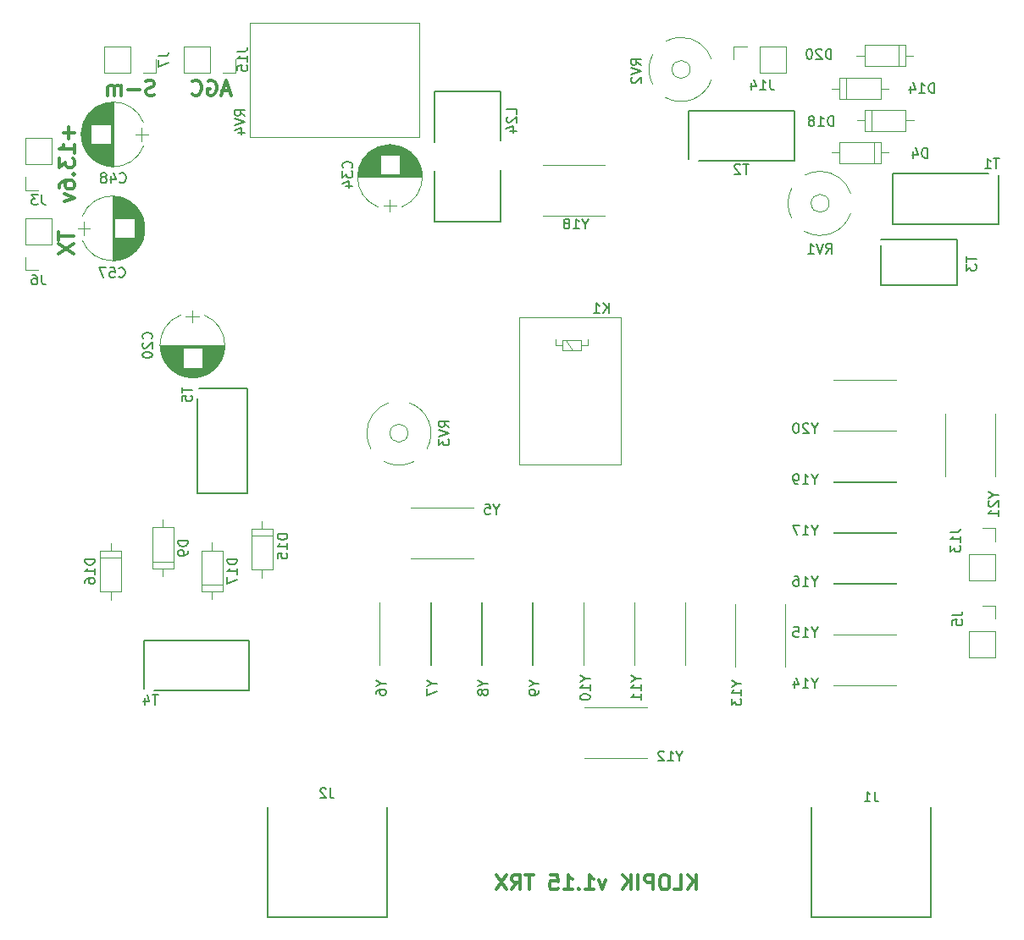
<source format=gbo>
G04 #@! TF.FileFunction,Legend,Bot*
%FSLAX46Y46*%
G04 Gerber Fmt 4.6, Leading zero omitted, Abs format (unit mm)*
G04 Created by KiCad (PCBNEW 4.0.7-e2-6376~58~ubuntu14.04.1) date Thu May 10 06:19:56 2018*
%MOMM*%
%LPD*%
G01*
G04 APERTURE LIST*
%ADD10C,0.100000*%
%ADD11C,0.300000*%
%ADD12C,0.150000*%
%ADD13C,0.120000*%
G04 APERTURE END LIST*
D10*
D11*
X122392856Y-128778571D02*
X122392856Y-127278571D01*
X121535713Y-128778571D02*
X122178570Y-127921429D01*
X121535713Y-127278571D02*
X122392856Y-128135714D01*
X120178570Y-128778571D02*
X120892856Y-128778571D01*
X120892856Y-127278571D01*
X119392856Y-127278571D02*
X119107142Y-127278571D01*
X118964284Y-127350000D01*
X118821427Y-127492857D01*
X118749999Y-127778571D01*
X118749999Y-128278571D01*
X118821427Y-128564286D01*
X118964284Y-128707143D01*
X119107142Y-128778571D01*
X119392856Y-128778571D01*
X119535713Y-128707143D01*
X119678570Y-128564286D01*
X119749999Y-128278571D01*
X119749999Y-127778571D01*
X119678570Y-127492857D01*
X119535713Y-127350000D01*
X119392856Y-127278571D01*
X118107141Y-128778571D02*
X118107141Y-127278571D01*
X117535713Y-127278571D01*
X117392855Y-127350000D01*
X117321427Y-127421429D01*
X117249998Y-127564286D01*
X117249998Y-127778571D01*
X117321427Y-127921429D01*
X117392855Y-127992857D01*
X117535713Y-128064286D01*
X118107141Y-128064286D01*
X116607141Y-128778571D02*
X116607141Y-127278571D01*
X115892855Y-128778571D02*
X115892855Y-127278571D01*
X115035712Y-128778571D02*
X115678569Y-127921429D01*
X115035712Y-127278571D02*
X115892855Y-128135714D01*
X113392855Y-127778571D02*
X113035712Y-128778571D01*
X112678570Y-127778571D01*
X111321427Y-128778571D02*
X112178570Y-128778571D01*
X111749998Y-128778571D02*
X111749998Y-127278571D01*
X111892855Y-127492857D01*
X112035713Y-127635714D01*
X112178570Y-127707143D01*
X110678570Y-128635714D02*
X110607142Y-128707143D01*
X110678570Y-128778571D01*
X110749999Y-128707143D01*
X110678570Y-128635714D01*
X110678570Y-128778571D01*
X109178570Y-128778571D02*
X110035713Y-128778571D01*
X109607141Y-128778571D02*
X109607141Y-127278571D01*
X109749998Y-127492857D01*
X109892856Y-127635714D01*
X110035713Y-127707143D01*
X107821427Y-127278571D02*
X108535713Y-127278571D01*
X108607142Y-127992857D01*
X108535713Y-127921429D01*
X108392856Y-127850000D01*
X108035713Y-127850000D01*
X107892856Y-127921429D01*
X107821427Y-127992857D01*
X107749999Y-128135714D01*
X107749999Y-128492857D01*
X107821427Y-128635714D01*
X107892856Y-128707143D01*
X108035713Y-128778571D01*
X108392856Y-128778571D01*
X108535713Y-128707143D01*
X108607142Y-128635714D01*
X106178571Y-127278571D02*
X105321428Y-127278571D01*
X105749999Y-128778571D02*
X105749999Y-127278571D01*
X103964285Y-128778571D02*
X104464285Y-128064286D01*
X104821428Y-128778571D02*
X104821428Y-127278571D01*
X104250000Y-127278571D01*
X104107142Y-127350000D01*
X104035714Y-127421429D01*
X103964285Y-127564286D01*
X103964285Y-127778571D01*
X104035714Y-127921429D01*
X104107142Y-127992857D01*
X104250000Y-128064286D01*
X104821428Y-128064286D01*
X103464285Y-127278571D02*
X102464285Y-128778571D01*
X102464285Y-127278571D02*
X103464285Y-128778571D01*
X75757143Y-48850000D02*
X75042857Y-48850000D01*
X75900000Y-49278571D02*
X75400000Y-47778571D01*
X74900000Y-49278571D01*
X73614286Y-47850000D02*
X73757143Y-47778571D01*
X73971429Y-47778571D01*
X74185714Y-47850000D01*
X74328572Y-47992857D01*
X74400000Y-48135714D01*
X74471429Y-48421429D01*
X74471429Y-48635714D01*
X74400000Y-48921429D01*
X74328572Y-49064286D01*
X74185714Y-49207143D01*
X73971429Y-49278571D01*
X73828572Y-49278571D01*
X73614286Y-49207143D01*
X73542857Y-49135714D01*
X73542857Y-48635714D01*
X73828572Y-48635714D01*
X72042857Y-49135714D02*
X72114286Y-49207143D01*
X72328572Y-49278571D01*
X72471429Y-49278571D01*
X72685714Y-49207143D01*
X72828572Y-49064286D01*
X72900000Y-48921429D01*
X72971429Y-48635714D01*
X72971429Y-48421429D01*
X72900000Y-48135714D01*
X72828572Y-47992857D01*
X72685714Y-47850000D01*
X72471429Y-47778571D01*
X72328572Y-47778571D01*
X72114286Y-47850000D01*
X72042857Y-47921429D01*
X68257143Y-49207143D02*
X68042857Y-49278571D01*
X67685714Y-49278571D01*
X67542857Y-49207143D01*
X67471428Y-49135714D01*
X67400000Y-48992857D01*
X67400000Y-48850000D01*
X67471428Y-48707143D01*
X67542857Y-48635714D01*
X67685714Y-48564286D01*
X67971428Y-48492857D01*
X68114286Y-48421429D01*
X68185714Y-48350000D01*
X68257143Y-48207143D01*
X68257143Y-48064286D01*
X68185714Y-47921429D01*
X68114286Y-47850000D01*
X67971428Y-47778571D01*
X67614286Y-47778571D01*
X67400000Y-47850000D01*
X66757143Y-48707143D02*
X65614286Y-48707143D01*
X64900000Y-49278571D02*
X64900000Y-48278571D01*
X64900000Y-48421429D02*
X64828572Y-48350000D01*
X64685714Y-48278571D01*
X64471429Y-48278571D01*
X64328572Y-48350000D01*
X64257143Y-48492857D01*
X64257143Y-49278571D01*
X64257143Y-48492857D02*
X64185714Y-48350000D01*
X64042857Y-48278571D01*
X63828572Y-48278571D01*
X63685714Y-48350000D01*
X63614286Y-48492857D01*
X63614286Y-49278571D01*
X58678571Y-62957143D02*
X58678571Y-63814286D01*
X60178571Y-63385715D02*
X58678571Y-63385715D01*
X58678571Y-64171429D02*
X60178571Y-65171429D01*
X58678571Y-65171429D02*
X60178571Y-64171429D01*
X59707143Y-52457144D02*
X59707143Y-53600001D01*
X60278571Y-53028572D02*
X59135714Y-53028572D01*
X60278571Y-55100001D02*
X60278571Y-54242858D01*
X60278571Y-54671430D02*
X58778571Y-54671430D01*
X58992857Y-54528573D01*
X59135714Y-54385715D01*
X59207143Y-54242858D01*
X58778571Y-55600001D02*
X58778571Y-56528572D01*
X59350000Y-56028572D01*
X59350000Y-56242858D01*
X59421429Y-56385715D01*
X59492857Y-56457144D01*
X59635714Y-56528572D01*
X59992857Y-56528572D01*
X60135714Y-56457144D01*
X60207143Y-56385715D01*
X60278571Y-56242858D01*
X60278571Y-55814286D01*
X60207143Y-55671429D01*
X60135714Y-55600001D01*
X60135714Y-57171429D02*
X60207143Y-57242857D01*
X60278571Y-57171429D01*
X60207143Y-57100000D01*
X60135714Y-57171429D01*
X60278571Y-57171429D01*
X58778571Y-58528572D02*
X58778571Y-58242858D01*
X58850000Y-58100001D01*
X58921429Y-58028572D01*
X59135714Y-57885715D01*
X59421429Y-57814286D01*
X59992857Y-57814286D01*
X60135714Y-57885715D01*
X60207143Y-57957143D01*
X60278571Y-58100001D01*
X60278571Y-58385715D01*
X60207143Y-58528572D01*
X60135714Y-58600001D01*
X59992857Y-58671429D01*
X59635714Y-58671429D01*
X59492857Y-58600001D01*
X59421429Y-58528572D01*
X59350000Y-58385715D01*
X59350000Y-58100001D01*
X59421429Y-57957143D01*
X59492857Y-57885715D01*
X59635714Y-57814286D01*
X59278571Y-59171429D02*
X60278571Y-59528572D01*
X59278571Y-59885714D01*
D12*
X68200000Y-108870000D02*
X77700000Y-108880000D01*
X77700000Y-108880000D02*
X77700000Y-103840000D01*
X77700000Y-103840000D02*
X67190000Y-103840000D01*
X67190000Y-103840000D02*
X67190000Y-108680000D01*
X79550000Y-131500000D02*
X79550000Y-120500000D01*
X91550000Y-131500000D02*
X91550000Y-120500000D01*
X79550000Y-131500000D02*
X91550000Y-131500000D01*
D13*
X136115000Y-93025000D02*
X142365000Y-93025000D01*
X136115000Y-87975000D02*
X142365000Y-87975000D01*
D12*
X133900000Y-131500000D02*
X133900000Y-120500000D01*
X145900000Y-131500000D02*
X145900000Y-120500000D01*
X133900000Y-131500000D02*
X145900000Y-131500000D01*
D13*
X111215000Y-115625000D02*
X117465000Y-115625000D01*
X111215000Y-110575000D02*
X117465000Y-110575000D01*
X116275000Y-100015000D02*
X116275000Y-106265000D01*
X121325000Y-100015000D02*
X121325000Y-106265000D01*
X111175000Y-100015000D02*
X111175000Y-106265000D01*
X116225000Y-100015000D02*
X116225000Y-106265000D01*
X106075000Y-100015000D02*
X106075000Y-106265000D01*
X111125000Y-100015000D02*
X111125000Y-106265000D01*
X100975000Y-100015000D02*
X100975000Y-106265000D01*
X106025000Y-100015000D02*
X106025000Y-106265000D01*
X95875000Y-100015000D02*
X95875000Y-106265000D01*
X100925000Y-100015000D02*
X100925000Y-106265000D01*
X90775000Y-100015000D02*
X90775000Y-106265000D01*
X95825000Y-100015000D02*
X95825000Y-106265000D01*
X93915000Y-95625000D02*
X100165000Y-95625000D01*
X93915000Y-90575000D02*
X100165000Y-90575000D01*
X131325000Y-106485000D02*
X131325000Y-100235000D01*
X126275000Y-106485000D02*
X126275000Y-100235000D01*
X136115000Y-108325000D02*
X142365000Y-108325000D01*
X136115000Y-103275000D02*
X142365000Y-103275000D01*
X136115000Y-103225000D02*
X142365000Y-103225000D01*
X136115000Y-98175000D02*
X142365000Y-98175000D01*
X136115000Y-98125000D02*
X142365000Y-98125000D01*
X136115000Y-93075000D02*
X142365000Y-93075000D01*
X136115000Y-87925000D02*
X142365000Y-87925000D01*
X136115000Y-82875000D02*
X142365000Y-82875000D01*
X136115000Y-82825000D02*
X142365000Y-82825000D01*
X136115000Y-77775000D02*
X142365000Y-77775000D01*
X152325000Y-87385000D02*
X152325000Y-81135000D01*
X147275000Y-87385000D02*
X147275000Y-81135000D01*
X55320000Y-53580000D02*
X57980000Y-53580000D01*
X55320000Y-56180000D02*
X55320000Y-53580000D01*
X57980000Y-56180000D02*
X57980000Y-53580000D01*
X55320000Y-56180000D02*
X57980000Y-56180000D01*
X55320000Y-57450000D02*
X55320000Y-58780000D01*
X55320000Y-58780000D02*
X56650000Y-58780000D01*
X55320000Y-61580000D02*
X57980000Y-61580000D01*
X55320000Y-64180000D02*
X55320000Y-61580000D01*
X57980000Y-64180000D02*
X57980000Y-61580000D01*
X55320000Y-64180000D02*
X57980000Y-64180000D01*
X55320000Y-65450000D02*
X55320000Y-66780000D01*
X55320000Y-66780000D02*
X56650000Y-66780000D01*
D12*
X72530000Y-79600000D02*
X72520000Y-89100000D01*
X72520000Y-89100000D02*
X77560000Y-89100000D01*
X77560000Y-89100000D02*
X77560000Y-78590000D01*
X77560000Y-78590000D02*
X72720000Y-78590000D01*
D13*
X63230000Y-47030000D02*
X63230000Y-44370000D01*
X65830000Y-47030000D02*
X63230000Y-47030000D01*
X65830000Y-44370000D02*
X63230000Y-44370000D01*
X65830000Y-47030000D02*
X65830000Y-44370000D01*
X67100000Y-47030000D02*
X68430000Y-47030000D01*
X68430000Y-47030000D02*
X68430000Y-45700000D01*
X94700000Y-53500000D02*
X94700000Y-42000000D01*
X77800000Y-53500000D02*
X77800000Y-42000000D01*
X94700000Y-53500000D02*
X77800000Y-53500000D01*
X94700000Y-42000000D02*
X77800000Y-42000000D01*
X152330000Y-105540000D02*
X149670000Y-105540000D01*
X152330000Y-102940000D02*
X152330000Y-105540000D01*
X149670000Y-102940000D02*
X149670000Y-105540000D01*
X152330000Y-102940000D02*
X149670000Y-102940000D01*
X152330000Y-101670000D02*
X152330000Y-100340000D01*
X152330000Y-100340000D02*
X151000000Y-100340000D01*
X152330000Y-97810000D02*
X149670000Y-97810000D01*
X152330000Y-95210000D02*
X152330000Y-97810000D01*
X149670000Y-95210000D02*
X149670000Y-97810000D01*
X152330000Y-95210000D02*
X149670000Y-95210000D01*
X152330000Y-93940000D02*
X152330000Y-92610000D01*
X152330000Y-92610000D02*
X151000000Y-92610000D01*
X71180000Y-47030000D02*
X71180000Y-44370000D01*
X73780000Y-47030000D02*
X71180000Y-47030000D01*
X73780000Y-44370000D02*
X71180000Y-44370000D01*
X73780000Y-47030000D02*
X73780000Y-44370000D01*
X75050000Y-47030000D02*
X76380000Y-47030000D01*
X76380000Y-47030000D02*
X76380000Y-45700000D01*
X114870000Y-86246000D02*
X114870000Y-71514000D01*
X114870000Y-71514000D02*
X104710000Y-71514000D01*
X104710000Y-71514000D02*
X104710000Y-86246000D01*
X104710000Y-86246000D02*
X114870000Y-86246000D01*
X109384000Y-73800000D02*
X110019000Y-74816000D01*
X111568000Y-73673000D02*
X111568000Y-74308000D01*
X111568000Y-74308000D02*
X110908000Y-74308000D01*
X108368000Y-73673000D02*
X108368000Y-74308000D01*
X108368000Y-74308000D02*
X109003000Y-74308000D01*
X109003000Y-73800000D02*
X110908000Y-73800000D01*
X110908000Y-73800000D02*
X110908000Y-74816000D01*
X110908000Y-74816000D02*
X109003000Y-74816000D01*
X109003000Y-73800000D02*
X109003000Y-74816000D01*
D12*
X151600000Y-57130000D02*
X142100000Y-57120000D01*
X142100000Y-57120000D02*
X142100000Y-62160000D01*
X142100000Y-62160000D02*
X152610000Y-62160000D01*
X152610000Y-62160000D02*
X152610000Y-57320000D01*
X148500000Y-68300000D02*
X148500000Y-63900000D01*
X148500000Y-63700000D02*
X148500000Y-63900000D01*
X148500000Y-63700000D02*
X140900000Y-63700000D01*
X140900000Y-68300000D02*
X148500000Y-68300000D01*
X140900000Y-64300000D02*
X140900000Y-68300000D01*
D13*
X131370000Y-44370000D02*
X131370000Y-47030000D01*
X128770000Y-44370000D02*
X131370000Y-44370000D01*
X128770000Y-47030000D02*
X131370000Y-47030000D01*
X128770000Y-44370000D02*
X128770000Y-47030000D01*
X127500000Y-44370000D02*
X126170000Y-44370000D01*
X126170000Y-44370000D02*
X126170000Y-45700000D01*
X137852891Y-59108055D02*
G75*
G03X134800000Y-56890000I-3052891J-991945D01*
G01*
X133244667Y-62907816D02*
G75*
G03X137853000Y-61091000I1555333J2807816D01*
G01*
X131965329Y-58592382D02*
G75*
G03X131965000Y-61607000I2834671J-1507618D01*
G01*
X134856464Y-56890201D02*
G75*
G03X133244000Y-57292000I-56464J-3209799D01*
G01*
X135700000Y-60100000D02*
G75*
G03X135700000Y-60100000I-900000J0D01*
G01*
D12*
X122700000Y-55870000D02*
X132200000Y-55880000D01*
X132200000Y-55880000D02*
X132200000Y-50840000D01*
X132200000Y-50840000D02*
X121690000Y-50840000D01*
X121690000Y-50840000D02*
X121690000Y-55680000D01*
X102854000Y-61950000D02*
X102854000Y-56743000D01*
X102854000Y-48869000D02*
X102854000Y-53822000D01*
X96250000Y-61950000D02*
X96250000Y-56870000D01*
X96250000Y-48869000D02*
X96250000Y-53949000D01*
X96250000Y-48869000D02*
X102854000Y-48869000D01*
X102854000Y-61950000D02*
X96250000Y-61950000D01*
D13*
X123952891Y-45708055D02*
G75*
G03X120900000Y-43490000I-3052891J-991945D01*
G01*
X119344667Y-49507816D02*
G75*
G03X123953000Y-47691000I1555333J2807816D01*
G01*
X118065329Y-45192382D02*
G75*
G03X118065000Y-48207000I2834671J-1507618D01*
G01*
X120956464Y-43490201D02*
G75*
G03X119344000Y-43892000I-56464J-3209799D01*
G01*
X121800000Y-46700000D02*
G75*
G03X121800000Y-46700000I-900000J0D01*
G01*
X91708055Y-80047109D02*
G75*
G03X89490000Y-83100000I991945J-3052891D01*
G01*
X95507816Y-84655333D02*
G75*
G03X93691000Y-80047000I-2807816J1555333D01*
G01*
X91192382Y-85934671D02*
G75*
G03X94207000Y-85935000I1507618J2834671D01*
G01*
X89490201Y-83043536D02*
G75*
G03X89892000Y-84656000I3209799J-56464D01*
G01*
X93600000Y-83100000D02*
G75*
G03X93600000Y-83100000I-900000J0D01*
G01*
X107065000Y-61325000D02*
X113315000Y-61325000D01*
X107065000Y-56275000D02*
X113315000Y-56275000D01*
X70160000Y-96650000D02*
X68040000Y-96650000D01*
X68040000Y-96650000D02*
X68040000Y-92530000D01*
X68040000Y-92530000D02*
X70160000Y-92530000D01*
X70160000Y-92530000D02*
X70160000Y-96650000D01*
X69100000Y-97420000D02*
X69100000Y-96650000D01*
X69100000Y-91760000D02*
X69100000Y-92530000D01*
X70160000Y-95990000D02*
X68040000Y-95990000D01*
X62840000Y-94850000D02*
X64960000Y-94850000D01*
X64960000Y-94850000D02*
X64960000Y-98970000D01*
X64960000Y-98970000D02*
X62840000Y-98970000D01*
X62840000Y-98970000D02*
X62840000Y-94850000D01*
X63900000Y-94080000D02*
X63900000Y-94850000D01*
X63900000Y-99740000D02*
X63900000Y-98970000D01*
X62840000Y-95510000D02*
X64960000Y-95510000D01*
X75060000Y-98950000D02*
X72940000Y-98950000D01*
X72940000Y-98950000D02*
X72940000Y-94830000D01*
X72940000Y-94830000D02*
X75060000Y-94830000D01*
X75060000Y-94830000D02*
X75060000Y-98950000D01*
X74000000Y-99720000D02*
X74000000Y-98950000D01*
X74000000Y-94060000D02*
X74000000Y-94830000D01*
X75060000Y-98290000D02*
X72940000Y-98290000D01*
X77940000Y-92650000D02*
X80060000Y-92650000D01*
X80060000Y-92650000D02*
X80060000Y-96770000D01*
X80060000Y-96770000D02*
X77940000Y-96770000D01*
X77940000Y-96770000D02*
X77940000Y-92650000D01*
X79000000Y-91880000D02*
X79000000Y-92650000D01*
X79000000Y-97540000D02*
X79000000Y-96770000D01*
X77940000Y-93310000D02*
X80060000Y-93310000D01*
X139250000Y-52860000D02*
X139250000Y-50740000D01*
X139250000Y-50740000D02*
X143370000Y-50740000D01*
X143370000Y-50740000D02*
X143370000Y-52860000D01*
X143370000Y-52860000D02*
X139250000Y-52860000D01*
X138480000Y-51800000D02*
X139250000Y-51800000D01*
X144140000Y-51800000D02*
X143370000Y-51800000D01*
X139910000Y-52860000D02*
X139910000Y-50740000D01*
X143350000Y-44240000D02*
X143350000Y-46360000D01*
X143350000Y-46360000D02*
X139230000Y-46360000D01*
X139230000Y-46360000D02*
X139230000Y-44240000D01*
X139230000Y-44240000D02*
X143350000Y-44240000D01*
X144120000Y-45300000D02*
X143350000Y-45300000D01*
X138460000Y-45300000D02*
X139230000Y-45300000D01*
X142690000Y-44240000D02*
X142690000Y-46360000D01*
X140850000Y-53940000D02*
X140850000Y-56060000D01*
X140850000Y-56060000D02*
X136730000Y-56060000D01*
X136730000Y-56060000D02*
X136730000Y-53940000D01*
X136730000Y-53940000D02*
X140850000Y-53940000D01*
X141620000Y-55000000D02*
X140850000Y-55000000D01*
X135960000Y-55000000D02*
X136730000Y-55000000D01*
X140190000Y-53940000D02*
X140190000Y-56060000D01*
X136750000Y-49660000D02*
X136750000Y-47540000D01*
X136750000Y-47540000D02*
X140870000Y-47540000D01*
X140870000Y-47540000D02*
X140870000Y-49660000D01*
X140870000Y-49660000D02*
X136750000Y-49660000D01*
X135980000Y-48600000D02*
X136750000Y-48600000D01*
X141640000Y-48600000D02*
X140870000Y-48600000D01*
X137410000Y-49660000D02*
X137410000Y-47540000D01*
X70870864Y-77317820D02*
G75*
G02X70870000Y-71282518I1179136J3017820D01*
G01*
X73229136Y-77317820D02*
G75*
G03X73230000Y-71282518I-1179136J3017820D01*
G01*
X73229136Y-77317820D02*
G75*
G02X70870000Y-77317482I-1179136J3017820D01*
G01*
X68850000Y-74300000D02*
X75250000Y-74300000D01*
X68850000Y-74340000D02*
X75250000Y-74340000D01*
X68850000Y-74380000D02*
X75250000Y-74380000D01*
X68852000Y-74420000D02*
X75248000Y-74420000D01*
X68853000Y-74460000D02*
X75247000Y-74460000D01*
X68856000Y-74500000D02*
X75244000Y-74500000D01*
X68858000Y-74540000D02*
X75242000Y-74540000D01*
X68862000Y-74580000D02*
X71070000Y-74580000D01*
X73030000Y-74580000D02*
X75238000Y-74580000D01*
X68865000Y-74620000D02*
X71070000Y-74620000D01*
X73030000Y-74620000D02*
X75235000Y-74620000D01*
X68870000Y-74660000D02*
X71070000Y-74660000D01*
X73030000Y-74660000D02*
X75230000Y-74660000D01*
X68874000Y-74700000D02*
X71070000Y-74700000D01*
X73030000Y-74700000D02*
X75226000Y-74700000D01*
X68880000Y-74740000D02*
X71070000Y-74740000D01*
X73030000Y-74740000D02*
X75220000Y-74740000D01*
X68885000Y-74780000D02*
X71070000Y-74780000D01*
X73030000Y-74780000D02*
X75215000Y-74780000D01*
X68892000Y-74820000D02*
X71070000Y-74820000D01*
X73030000Y-74820000D02*
X75208000Y-74820000D01*
X68898000Y-74860000D02*
X71070000Y-74860000D01*
X73030000Y-74860000D02*
X75202000Y-74860000D01*
X68906000Y-74900000D02*
X71070000Y-74900000D01*
X73030000Y-74900000D02*
X75194000Y-74900000D01*
X68913000Y-74940000D02*
X71070000Y-74940000D01*
X73030000Y-74940000D02*
X75187000Y-74940000D01*
X68922000Y-74980000D02*
X71070000Y-74980000D01*
X73030000Y-74980000D02*
X75178000Y-74980000D01*
X68931000Y-75021000D02*
X71070000Y-75021000D01*
X73030000Y-75021000D02*
X75169000Y-75021000D01*
X68940000Y-75061000D02*
X71070000Y-75061000D01*
X73030000Y-75061000D02*
X75160000Y-75061000D01*
X68950000Y-75101000D02*
X71070000Y-75101000D01*
X73030000Y-75101000D02*
X75150000Y-75101000D01*
X68960000Y-75141000D02*
X71070000Y-75141000D01*
X73030000Y-75141000D02*
X75140000Y-75141000D01*
X68971000Y-75181000D02*
X71070000Y-75181000D01*
X73030000Y-75181000D02*
X75129000Y-75181000D01*
X68983000Y-75221000D02*
X71070000Y-75221000D01*
X73030000Y-75221000D02*
X75117000Y-75221000D01*
X68995000Y-75261000D02*
X71070000Y-75261000D01*
X73030000Y-75261000D02*
X75105000Y-75261000D01*
X69008000Y-75301000D02*
X71070000Y-75301000D01*
X73030000Y-75301000D02*
X75092000Y-75301000D01*
X69021000Y-75341000D02*
X71070000Y-75341000D01*
X73030000Y-75341000D02*
X75079000Y-75341000D01*
X69035000Y-75381000D02*
X71070000Y-75381000D01*
X73030000Y-75381000D02*
X75065000Y-75381000D01*
X69049000Y-75421000D02*
X71070000Y-75421000D01*
X73030000Y-75421000D02*
X75051000Y-75421000D01*
X69064000Y-75461000D02*
X71070000Y-75461000D01*
X73030000Y-75461000D02*
X75036000Y-75461000D01*
X69080000Y-75501000D02*
X71070000Y-75501000D01*
X73030000Y-75501000D02*
X75020000Y-75501000D01*
X69096000Y-75541000D02*
X71070000Y-75541000D01*
X73030000Y-75541000D02*
X75004000Y-75541000D01*
X69113000Y-75581000D02*
X71070000Y-75581000D01*
X73030000Y-75581000D02*
X74987000Y-75581000D01*
X69131000Y-75621000D02*
X71070000Y-75621000D01*
X73030000Y-75621000D02*
X74969000Y-75621000D01*
X69149000Y-75661000D02*
X71070000Y-75661000D01*
X73030000Y-75661000D02*
X74951000Y-75661000D01*
X69168000Y-75701000D02*
X71070000Y-75701000D01*
X73030000Y-75701000D02*
X74932000Y-75701000D01*
X69187000Y-75741000D02*
X71070000Y-75741000D01*
X73030000Y-75741000D02*
X74913000Y-75741000D01*
X69207000Y-75781000D02*
X71070000Y-75781000D01*
X73030000Y-75781000D02*
X74893000Y-75781000D01*
X69228000Y-75821000D02*
X71070000Y-75821000D01*
X73030000Y-75821000D02*
X74872000Y-75821000D01*
X69250000Y-75861000D02*
X71070000Y-75861000D01*
X73030000Y-75861000D02*
X74850000Y-75861000D01*
X69272000Y-75901000D02*
X71070000Y-75901000D01*
X73030000Y-75901000D02*
X74828000Y-75901000D01*
X69295000Y-75941000D02*
X71070000Y-75941000D01*
X73030000Y-75941000D02*
X74805000Y-75941000D01*
X69319000Y-75981000D02*
X71070000Y-75981000D01*
X73030000Y-75981000D02*
X74781000Y-75981000D01*
X69344000Y-76021000D02*
X71070000Y-76021000D01*
X73030000Y-76021000D02*
X74756000Y-76021000D01*
X69369000Y-76061000D02*
X71070000Y-76061000D01*
X73030000Y-76061000D02*
X74731000Y-76061000D01*
X69396000Y-76101000D02*
X71070000Y-76101000D01*
X73030000Y-76101000D02*
X74704000Y-76101000D01*
X69423000Y-76141000D02*
X71070000Y-76141000D01*
X73030000Y-76141000D02*
X74677000Y-76141000D01*
X69451000Y-76181000D02*
X71070000Y-76181000D01*
X73030000Y-76181000D02*
X74649000Y-76181000D01*
X69480000Y-76221000D02*
X71070000Y-76221000D01*
X73030000Y-76221000D02*
X74620000Y-76221000D01*
X69510000Y-76261000D02*
X71070000Y-76261000D01*
X73030000Y-76261000D02*
X74590000Y-76261000D01*
X69540000Y-76301000D02*
X71070000Y-76301000D01*
X73030000Y-76301000D02*
X74560000Y-76301000D01*
X69572000Y-76341000D02*
X71070000Y-76341000D01*
X73030000Y-76341000D02*
X74528000Y-76341000D01*
X69605000Y-76381000D02*
X71070000Y-76381000D01*
X73030000Y-76381000D02*
X74495000Y-76381000D01*
X69639000Y-76421000D02*
X71070000Y-76421000D01*
X73030000Y-76421000D02*
X74461000Y-76421000D01*
X69675000Y-76461000D02*
X71070000Y-76461000D01*
X73030000Y-76461000D02*
X74425000Y-76461000D01*
X69711000Y-76501000D02*
X71070000Y-76501000D01*
X73030000Y-76501000D02*
X74389000Y-76501000D01*
X69749000Y-76541000D02*
X74351000Y-76541000D01*
X69788000Y-76581000D02*
X74312000Y-76581000D01*
X69828000Y-76621000D02*
X74272000Y-76621000D01*
X69870000Y-76661000D02*
X74230000Y-76661000D01*
X69913000Y-76701000D02*
X74187000Y-76701000D01*
X69958000Y-76741000D02*
X74142000Y-76741000D01*
X70005000Y-76781000D02*
X74095000Y-76781000D01*
X70053000Y-76821000D02*
X74047000Y-76821000D01*
X70104000Y-76861000D02*
X73996000Y-76861000D01*
X70156000Y-76901000D02*
X73944000Y-76901000D01*
X70211000Y-76941000D02*
X73889000Y-76941000D01*
X70269000Y-76981000D02*
X73831000Y-76981000D01*
X70329000Y-77021000D02*
X73771000Y-77021000D01*
X70392000Y-77061000D02*
X73708000Y-77061000D01*
X70459000Y-77101000D02*
X73641000Y-77101000D01*
X70530000Y-77141000D02*
X73570000Y-77141000D01*
X70605000Y-77181000D02*
X73495000Y-77181000D01*
X70686000Y-77221000D02*
X73414000Y-77221000D01*
X70772000Y-77261000D02*
X73328000Y-77261000D01*
X70866000Y-77301000D02*
X73234000Y-77301000D01*
X70969000Y-77341000D02*
X73131000Y-77341000D01*
X71084000Y-77381000D02*
X73016000Y-77381000D01*
X71216000Y-77421000D02*
X72884000Y-77421000D01*
X71374000Y-77461000D02*
X72726000Y-77461000D01*
X71582000Y-77501000D02*
X72518000Y-77501000D01*
X72050000Y-70850000D02*
X72050000Y-72050000D01*
X71400000Y-71450000D02*
X72700000Y-71450000D01*
X92979136Y-54432180D02*
G75*
G02X92980000Y-60467482I-1179136J-3017820D01*
G01*
X90620864Y-54432180D02*
G75*
G03X90620000Y-60467482I1179136J-3017820D01*
G01*
X90620864Y-54432180D02*
G75*
G02X92980000Y-54432518I1179136J-3017820D01*
G01*
X95000000Y-57450000D02*
X88600000Y-57450000D01*
X95000000Y-57410000D02*
X88600000Y-57410000D01*
X95000000Y-57370000D02*
X88600000Y-57370000D01*
X94998000Y-57330000D02*
X88602000Y-57330000D01*
X94997000Y-57290000D02*
X88603000Y-57290000D01*
X94994000Y-57250000D02*
X88606000Y-57250000D01*
X94992000Y-57210000D02*
X88608000Y-57210000D01*
X94988000Y-57170000D02*
X92780000Y-57170000D01*
X90820000Y-57170000D02*
X88612000Y-57170000D01*
X94985000Y-57130000D02*
X92780000Y-57130000D01*
X90820000Y-57130000D02*
X88615000Y-57130000D01*
X94980000Y-57090000D02*
X92780000Y-57090000D01*
X90820000Y-57090000D02*
X88620000Y-57090000D01*
X94976000Y-57050000D02*
X92780000Y-57050000D01*
X90820000Y-57050000D02*
X88624000Y-57050000D01*
X94970000Y-57010000D02*
X92780000Y-57010000D01*
X90820000Y-57010000D02*
X88630000Y-57010000D01*
X94965000Y-56970000D02*
X92780000Y-56970000D01*
X90820000Y-56970000D02*
X88635000Y-56970000D01*
X94958000Y-56930000D02*
X92780000Y-56930000D01*
X90820000Y-56930000D02*
X88642000Y-56930000D01*
X94952000Y-56890000D02*
X92780000Y-56890000D01*
X90820000Y-56890000D02*
X88648000Y-56890000D01*
X94944000Y-56850000D02*
X92780000Y-56850000D01*
X90820000Y-56850000D02*
X88656000Y-56850000D01*
X94937000Y-56810000D02*
X92780000Y-56810000D01*
X90820000Y-56810000D02*
X88663000Y-56810000D01*
X94928000Y-56770000D02*
X92780000Y-56770000D01*
X90820000Y-56770000D02*
X88672000Y-56770000D01*
X94919000Y-56729000D02*
X92780000Y-56729000D01*
X90820000Y-56729000D02*
X88681000Y-56729000D01*
X94910000Y-56689000D02*
X92780000Y-56689000D01*
X90820000Y-56689000D02*
X88690000Y-56689000D01*
X94900000Y-56649000D02*
X92780000Y-56649000D01*
X90820000Y-56649000D02*
X88700000Y-56649000D01*
X94890000Y-56609000D02*
X92780000Y-56609000D01*
X90820000Y-56609000D02*
X88710000Y-56609000D01*
X94879000Y-56569000D02*
X92780000Y-56569000D01*
X90820000Y-56569000D02*
X88721000Y-56569000D01*
X94867000Y-56529000D02*
X92780000Y-56529000D01*
X90820000Y-56529000D02*
X88733000Y-56529000D01*
X94855000Y-56489000D02*
X92780000Y-56489000D01*
X90820000Y-56489000D02*
X88745000Y-56489000D01*
X94842000Y-56449000D02*
X92780000Y-56449000D01*
X90820000Y-56449000D02*
X88758000Y-56449000D01*
X94829000Y-56409000D02*
X92780000Y-56409000D01*
X90820000Y-56409000D02*
X88771000Y-56409000D01*
X94815000Y-56369000D02*
X92780000Y-56369000D01*
X90820000Y-56369000D02*
X88785000Y-56369000D01*
X94801000Y-56329000D02*
X92780000Y-56329000D01*
X90820000Y-56329000D02*
X88799000Y-56329000D01*
X94786000Y-56289000D02*
X92780000Y-56289000D01*
X90820000Y-56289000D02*
X88814000Y-56289000D01*
X94770000Y-56249000D02*
X92780000Y-56249000D01*
X90820000Y-56249000D02*
X88830000Y-56249000D01*
X94754000Y-56209000D02*
X92780000Y-56209000D01*
X90820000Y-56209000D02*
X88846000Y-56209000D01*
X94737000Y-56169000D02*
X92780000Y-56169000D01*
X90820000Y-56169000D02*
X88863000Y-56169000D01*
X94719000Y-56129000D02*
X92780000Y-56129000D01*
X90820000Y-56129000D02*
X88881000Y-56129000D01*
X94701000Y-56089000D02*
X92780000Y-56089000D01*
X90820000Y-56089000D02*
X88899000Y-56089000D01*
X94682000Y-56049000D02*
X92780000Y-56049000D01*
X90820000Y-56049000D02*
X88918000Y-56049000D01*
X94663000Y-56009000D02*
X92780000Y-56009000D01*
X90820000Y-56009000D02*
X88937000Y-56009000D01*
X94643000Y-55969000D02*
X92780000Y-55969000D01*
X90820000Y-55969000D02*
X88957000Y-55969000D01*
X94622000Y-55929000D02*
X92780000Y-55929000D01*
X90820000Y-55929000D02*
X88978000Y-55929000D01*
X94600000Y-55889000D02*
X92780000Y-55889000D01*
X90820000Y-55889000D02*
X89000000Y-55889000D01*
X94578000Y-55849000D02*
X92780000Y-55849000D01*
X90820000Y-55849000D02*
X89022000Y-55849000D01*
X94555000Y-55809000D02*
X92780000Y-55809000D01*
X90820000Y-55809000D02*
X89045000Y-55809000D01*
X94531000Y-55769000D02*
X92780000Y-55769000D01*
X90820000Y-55769000D02*
X89069000Y-55769000D01*
X94506000Y-55729000D02*
X92780000Y-55729000D01*
X90820000Y-55729000D02*
X89094000Y-55729000D01*
X94481000Y-55689000D02*
X92780000Y-55689000D01*
X90820000Y-55689000D02*
X89119000Y-55689000D01*
X94454000Y-55649000D02*
X92780000Y-55649000D01*
X90820000Y-55649000D02*
X89146000Y-55649000D01*
X94427000Y-55609000D02*
X92780000Y-55609000D01*
X90820000Y-55609000D02*
X89173000Y-55609000D01*
X94399000Y-55569000D02*
X92780000Y-55569000D01*
X90820000Y-55569000D02*
X89201000Y-55569000D01*
X94370000Y-55529000D02*
X92780000Y-55529000D01*
X90820000Y-55529000D02*
X89230000Y-55529000D01*
X94340000Y-55489000D02*
X92780000Y-55489000D01*
X90820000Y-55489000D02*
X89260000Y-55489000D01*
X94310000Y-55449000D02*
X92780000Y-55449000D01*
X90820000Y-55449000D02*
X89290000Y-55449000D01*
X94278000Y-55409000D02*
X92780000Y-55409000D01*
X90820000Y-55409000D02*
X89322000Y-55409000D01*
X94245000Y-55369000D02*
X92780000Y-55369000D01*
X90820000Y-55369000D02*
X89355000Y-55369000D01*
X94211000Y-55329000D02*
X92780000Y-55329000D01*
X90820000Y-55329000D02*
X89389000Y-55329000D01*
X94175000Y-55289000D02*
X92780000Y-55289000D01*
X90820000Y-55289000D02*
X89425000Y-55289000D01*
X94139000Y-55249000D02*
X92780000Y-55249000D01*
X90820000Y-55249000D02*
X89461000Y-55249000D01*
X94101000Y-55209000D02*
X89499000Y-55209000D01*
X94062000Y-55169000D02*
X89538000Y-55169000D01*
X94022000Y-55129000D02*
X89578000Y-55129000D01*
X93980000Y-55089000D02*
X89620000Y-55089000D01*
X93937000Y-55049000D02*
X89663000Y-55049000D01*
X93892000Y-55009000D02*
X89708000Y-55009000D01*
X93845000Y-54969000D02*
X89755000Y-54969000D01*
X93797000Y-54929000D02*
X89803000Y-54929000D01*
X93746000Y-54889000D02*
X89854000Y-54889000D01*
X93694000Y-54849000D02*
X89906000Y-54849000D01*
X93639000Y-54809000D02*
X89961000Y-54809000D01*
X93581000Y-54769000D02*
X90019000Y-54769000D01*
X93521000Y-54729000D02*
X90079000Y-54729000D01*
X93458000Y-54689000D02*
X90142000Y-54689000D01*
X93391000Y-54649000D02*
X90209000Y-54649000D01*
X93320000Y-54609000D02*
X90280000Y-54609000D01*
X93245000Y-54569000D02*
X90355000Y-54569000D01*
X93164000Y-54529000D02*
X90436000Y-54529000D01*
X93078000Y-54489000D02*
X90522000Y-54489000D01*
X92984000Y-54449000D02*
X90616000Y-54449000D01*
X92881000Y-54409000D02*
X90719000Y-54409000D01*
X92766000Y-54369000D02*
X90834000Y-54369000D01*
X92634000Y-54329000D02*
X90966000Y-54329000D01*
X92476000Y-54289000D02*
X91124000Y-54289000D01*
X92268000Y-54249000D02*
X91332000Y-54249000D01*
X91800000Y-60900000D02*
X91800000Y-59700000D01*
X92450000Y-60300000D02*
X91150000Y-60300000D01*
X61132180Y-52020864D02*
G75*
G02X67167482Y-52020000I3017820J-1179136D01*
G01*
X61132180Y-54379136D02*
G75*
G03X67167482Y-54380000I3017820J1179136D01*
G01*
X61132180Y-54379136D02*
G75*
G02X61132518Y-52020000I3017820J1179136D01*
G01*
X64150000Y-50000000D02*
X64150000Y-56400000D01*
X64110000Y-50000000D02*
X64110000Y-56400000D01*
X64070000Y-50000000D02*
X64070000Y-56400000D01*
X64030000Y-50002000D02*
X64030000Y-56398000D01*
X63990000Y-50003000D02*
X63990000Y-56397000D01*
X63950000Y-50006000D02*
X63950000Y-56394000D01*
X63910000Y-50008000D02*
X63910000Y-56392000D01*
X63870000Y-50012000D02*
X63870000Y-52220000D01*
X63870000Y-54180000D02*
X63870000Y-56388000D01*
X63830000Y-50015000D02*
X63830000Y-52220000D01*
X63830000Y-54180000D02*
X63830000Y-56385000D01*
X63790000Y-50020000D02*
X63790000Y-52220000D01*
X63790000Y-54180000D02*
X63790000Y-56380000D01*
X63750000Y-50024000D02*
X63750000Y-52220000D01*
X63750000Y-54180000D02*
X63750000Y-56376000D01*
X63710000Y-50030000D02*
X63710000Y-52220000D01*
X63710000Y-54180000D02*
X63710000Y-56370000D01*
X63670000Y-50035000D02*
X63670000Y-52220000D01*
X63670000Y-54180000D02*
X63670000Y-56365000D01*
X63630000Y-50042000D02*
X63630000Y-52220000D01*
X63630000Y-54180000D02*
X63630000Y-56358000D01*
X63590000Y-50048000D02*
X63590000Y-52220000D01*
X63590000Y-54180000D02*
X63590000Y-56352000D01*
X63550000Y-50056000D02*
X63550000Y-52220000D01*
X63550000Y-54180000D02*
X63550000Y-56344000D01*
X63510000Y-50063000D02*
X63510000Y-52220000D01*
X63510000Y-54180000D02*
X63510000Y-56337000D01*
X63470000Y-50072000D02*
X63470000Y-52220000D01*
X63470000Y-54180000D02*
X63470000Y-56328000D01*
X63429000Y-50081000D02*
X63429000Y-52220000D01*
X63429000Y-54180000D02*
X63429000Y-56319000D01*
X63389000Y-50090000D02*
X63389000Y-52220000D01*
X63389000Y-54180000D02*
X63389000Y-56310000D01*
X63349000Y-50100000D02*
X63349000Y-52220000D01*
X63349000Y-54180000D02*
X63349000Y-56300000D01*
X63309000Y-50110000D02*
X63309000Y-52220000D01*
X63309000Y-54180000D02*
X63309000Y-56290000D01*
X63269000Y-50121000D02*
X63269000Y-52220000D01*
X63269000Y-54180000D02*
X63269000Y-56279000D01*
X63229000Y-50133000D02*
X63229000Y-52220000D01*
X63229000Y-54180000D02*
X63229000Y-56267000D01*
X63189000Y-50145000D02*
X63189000Y-52220000D01*
X63189000Y-54180000D02*
X63189000Y-56255000D01*
X63149000Y-50158000D02*
X63149000Y-52220000D01*
X63149000Y-54180000D02*
X63149000Y-56242000D01*
X63109000Y-50171000D02*
X63109000Y-52220000D01*
X63109000Y-54180000D02*
X63109000Y-56229000D01*
X63069000Y-50185000D02*
X63069000Y-52220000D01*
X63069000Y-54180000D02*
X63069000Y-56215000D01*
X63029000Y-50199000D02*
X63029000Y-52220000D01*
X63029000Y-54180000D02*
X63029000Y-56201000D01*
X62989000Y-50214000D02*
X62989000Y-52220000D01*
X62989000Y-54180000D02*
X62989000Y-56186000D01*
X62949000Y-50230000D02*
X62949000Y-52220000D01*
X62949000Y-54180000D02*
X62949000Y-56170000D01*
X62909000Y-50246000D02*
X62909000Y-52220000D01*
X62909000Y-54180000D02*
X62909000Y-56154000D01*
X62869000Y-50263000D02*
X62869000Y-52220000D01*
X62869000Y-54180000D02*
X62869000Y-56137000D01*
X62829000Y-50281000D02*
X62829000Y-52220000D01*
X62829000Y-54180000D02*
X62829000Y-56119000D01*
X62789000Y-50299000D02*
X62789000Y-52220000D01*
X62789000Y-54180000D02*
X62789000Y-56101000D01*
X62749000Y-50318000D02*
X62749000Y-52220000D01*
X62749000Y-54180000D02*
X62749000Y-56082000D01*
X62709000Y-50337000D02*
X62709000Y-52220000D01*
X62709000Y-54180000D02*
X62709000Y-56063000D01*
X62669000Y-50357000D02*
X62669000Y-52220000D01*
X62669000Y-54180000D02*
X62669000Y-56043000D01*
X62629000Y-50378000D02*
X62629000Y-52220000D01*
X62629000Y-54180000D02*
X62629000Y-56022000D01*
X62589000Y-50400000D02*
X62589000Y-52220000D01*
X62589000Y-54180000D02*
X62589000Y-56000000D01*
X62549000Y-50422000D02*
X62549000Y-52220000D01*
X62549000Y-54180000D02*
X62549000Y-55978000D01*
X62509000Y-50445000D02*
X62509000Y-52220000D01*
X62509000Y-54180000D02*
X62509000Y-55955000D01*
X62469000Y-50469000D02*
X62469000Y-52220000D01*
X62469000Y-54180000D02*
X62469000Y-55931000D01*
X62429000Y-50494000D02*
X62429000Y-52220000D01*
X62429000Y-54180000D02*
X62429000Y-55906000D01*
X62389000Y-50519000D02*
X62389000Y-52220000D01*
X62389000Y-54180000D02*
X62389000Y-55881000D01*
X62349000Y-50546000D02*
X62349000Y-52220000D01*
X62349000Y-54180000D02*
X62349000Y-55854000D01*
X62309000Y-50573000D02*
X62309000Y-52220000D01*
X62309000Y-54180000D02*
X62309000Y-55827000D01*
X62269000Y-50601000D02*
X62269000Y-52220000D01*
X62269000Y-54180000D02*
X62269000Y-55799000D01*
X62229000Y-50630000D02*
X62229000Y-52220000D01*
X62229000Y-54180000D02*
X62229000Y-55770000D01*
X62189000Y-50660000D02*
X62189000Y-52220000D01*
X62189000Y-54180000D02*
X62189000Y-55740000D01*
X62149000Y-50690000D02*
X62149000Y-52220000D01*
X62149000Y-54180000D02*
X62149000Y-55710000D01*
X62109000Y-50722000D02*
X62109000Y-52220000D01*
X62109000Y-54180000D02*
X62109000Y-55678000D01*
X62069000Y-50755000D02*
X62069000Y-52220000D01*
X62069000Y-54180000D02*
X62069000Y-55645000D01*
X62029000Y-50789000D02*
X62029000Y-52220000D01*
X62029000Y-54180000D02*
X62029000Y-55611000D01*
X61989000Y-50825000D02*
X61989000Y-52220000D01*
X61989000Y-54180000D02*
X61989000Y-55575000D01*
X61949000Y-50861000D02*
X61949000Y-52220000D01*
X61949000Y-54180000D02*
X61949000Y-55539000D01*
X61909000Y-50899000D02*
X61909000Y-55501000D01*
X61869000Y-50938000D02*
X61869000Y-55462000D01*
X61829000Y-50978000D02*
X61829000Y-55422000D01*
X61789000Y-51020000D02*
X61789000Y-55380000D01*
X61749000Y-51063000D02*
X61749000Y-55337000D01*
X61709000Y-51108000D02*
X61709000Y-55292000D01*
X61669000Y-51155000D02*
X61669000Y-55245000D01*
X61629000Y-51203000D02*
X61629000Y-55197000D01*
X61589000Y-51254000D02*
X61589000Y-55146000D01*
X61549000Y-51306000D02*
X61549000Y-55094000D01*
X61509000Y-51361000D02*
X61509000Y-55039000D01*
X61469000Y-51419000D02*
X61469000Y-54981000D01*
X61429000Y-51479000D02*
X61429000Y-54921000D01*
X61389000Y-51542000D02*
X61389000Y-54858000D01*
X61349000Y-51609000D02*
X61349000Y-54791000D01*
X61309000Y-51680000D02*
X61309000Y-54720000D01*
X61269000Y-51755000D02*
X61269000Y-54645000D01*
X61229000Y-51836000D02*
X61229000Y-54564000D01*
X61189000Y-51922000D02*
X61189000Y-54478000D01*
X61149000Y-52016000D02*
X61149000Y-54384000D01*
X61109000Y-52119000D02*
X61109000Y-54281000D01*
X61069000Y-52234000D02*
X61069000Y-54166000D01*
X61029000Y-52366000D02*
X61029000Y-54034000D01*
X60989000Y-52524000D02*
X60989000Y-53876000D01*
X60949000Y-52732000D02*
X60949000Y-53668000D01*
X67600000Y-53200000D02*
X66400000Y-53200000D01*
X67000000Y-52550000D02*
X67000000Y-53850000D01*
X67067820Y-63779136D02*
G75*
G02X61032518Y-63780000I-3017820J1179136D01*
G01*
X67067820Y-61420864D02*
G75*
G03X61032518Y-61420000I-3017820J-1179136D01*
G01*
X67067820Y-61420864D02*
G75*
G02X67067482Y-63780000I-3017820J-1179136D01*
G01*
X64050000Y-65800000D02*
X64050000Y-59400000D01*
X64090000Y-65800000D02*
X64090000Y-59400000D01*
X64130000Y-65800000D02*
X64130000Y-59400000D01*
X64170000Y-65798000D02*
X64170000Y-59402000D01*
X64210000Y-65797000D02*
X64210000Y-59403000D01*
X64250000Y-65794000D02*
X64250000Y-59406000D01*
X64290000Y-65792000D02*
X64290000Y-59408000D01*
X64330000Y-65788000D02*
X64330000Y-63580000D01*
X64330000Y-61620000D02*
X64330000Y-59412000D01*
X64370000Y-65785000D02*
X64370000Y-63580000D01*
X64370000Y-61620000D02*
X64370000Y-59415000D01*
X64410000Y-65780000D02*
X64410000Y-63580000D01*
X64410000Y-61620000D02*
X64410000Y-59420000D01*
X64450000Y-65776000D02*
X64450000Y-63580000D01*
X64450000Y-61620000D02*
X64450000Y-59424000D01*
X64490000Y-65770000D02*
X64490000Y-63580000D01*
X64490000Y-61620000D02*
X64490000Y-59430000D01*
X64530000Y-65765000D02*
X64530000Y-63580000D01*
X64530000Y-61620000D02*
X64530000Y-59435000D01*
X64570000Y-65758000D02*
X64570000Y-63580000D01*
X64570000Y-61620000D02*
X64570000Y-59442000D01*
X64610000Y-65752000D02*
X64610000Y-63580000D01*
X64610000Y-61620000D02*
X64610000Y-59448000D01*
X64650000Y-65744000D02*
X64650000Y-63580000D01*
X64650000Y-61620000D02*
X64650000Y-59456000D01*
X64690000Y-65737000D02*
X64690000Y-63580000D01*
X64690000Y-61620000D02*
X64690000Y-59463000D01*
X64730000Y-65728000D02*
X64730000Y-63580000D01*
X64730000Y-61620000D02*
X64730000Y-59472000D01*
X64771000Y-65719000D02*
X64771000Y-63580000D01*
X64771000Y-61620000D02*
X64771000Y-59481000D01*
X64811000Y-65710000D02*
X64811000Y-63580000D01*
X64811000Y-61620000D02*
X64811000Y-59490000D01*
X64851000Y-65700000D02*
X64851000Y-63580000D01*
X64851000Y-61620000D02*
X64851000Y-59500000D01*
X64891000Y-65690000D02*
X64891000Y-63580000D01*
X64891000Y-61620000D02*
X64891000Y-59510000D01*
X64931000Y-65679000D02*
X64931000Y-63580000D01*
X64931000Y-61620000D02*
X64931000Y-59521000D01*
X64971000Y-65667000D02*
X64971000Y-63580000D01*
X64971000Y-61620000D02*
X64971000Y-59533000D01*
X65011000Y-65655000D02*
X65011000Y-63580000D01*
X65011000Y-61620000D02*
X65011000Y-59545000D01*
X65051000Y-65642000D02*
X65051000Y-63580000D01*
X65051000Y-61620000D02*
X65051000Y-59558000D01*
X65091000Y-65629000D02*
X65091000Y-63580000D01*
X65091000Y-61620000D02*
X65091000Y-59571000D01*
X65131000Y-65615000D02*
X65131000Y-63580000D01*
X65131000Y-61620000D02*
X65131000Y-59585000D01*
X65171000Y-65601000D02*
X65171000Y-63580000D01*
X65171000Y-61620000D02*
X65171000Y-59599000D01*
X65211000Y-65586000D02*
X65211000Y-63580000D01*
X65211000Y-61620000D02*
X65211000Y-59614000D01*
X65251000Y-65570000D02*
X65251000Y-63580000D01*
X65251000Y-61620000D02*
X65251000Y-59630000D01*
X65291000Y-65554000D02*
X65291000Y-63580000D01*
X65291000Y-61620000D02*
X65291000Y-59646000D01*
X65331000Y-65537000D02*
X65331000Y-63580000D01*
X65331000Y-61620000D02*
X65331000Y-59663000D01*
X65371000Y-65519000D02*
X65371000Y-63580000D01*
X65371000Y-61620000D02*
X65371000Y-59681000D01*
X65411000Y-65501000D02*
X65411000Y-63580000D01*
X65411000Y-61620000D02*
X65411000Y-59699000D01*
X65451000Y-65482000D02*
X65451000Y-63580000D01*
X65451000Y-61620000D02*
X65451000Y-59718000D01*
X65491000Y-65463000D02*
X65491000Y-63580000D01*
X65491000Y-61620000D02*
X65491000Y-59737000D01*
X65531000Y-65443000D02*
X65531000Y-63580000D01*
X65531000Y-61620000D02*
X65531000Y-59757000D01*
X65571000Y-65422000D02*
X65571000Y-63580000D01*
X65571000Y-61620000D02*
X65571000Y-59778000D01*
X65611000Y-65400000D02*
X65611000Y-63580000D01*
X65611000Y-61620000D02*
X65611000Y-59800000D01*
X65651000Y-65378000D02*
X65651000Y-63580000D01*
X65651000Y-61620000D02*
X65651000Y-59822000D01*
X65691000Y-65355000D02*
X65691000Y-63580000D01*
X65691000Y-61620000D02*
X65691000Y-59845000D01*
X65731000Y-65331000D02*
X65731000Y-63580000D01*
X65731000Y-61620000D02*
X65731000Y-59869000D01*
X65771000Y-65306000D02*
X65771000Y-63580000D01*
X65771000Y-61620000D02*
X65771000Y-59894000D01*
X65811000Y-65281000D02*
X65811000Y-63580000D01*
X65811000Y-61620000D02*
X65811000Y-59919000D01*
X65851000Y-65254000D02*
X65851000Y-63580000D01*
X65851000Y-61620000D02*
X65851000Y-59946000D01*
X65891000Y-65227000D02*
X65891000Y-63580000D01*
X65891000Y-61620000D02*
X65891000Y-59973000D01*
X65931000Y-65199000D02*
X65931000Y-63580000D01*
X65931000Y-61620000D02*
X65931000Y-60001000D01*
X65971000Y-65170000D02*
X65971000Y-63580000D01*
X65971000Y-61620000D02*
X65971000Y-60030000D01*
X66011000Y-65140000D02*
X66011000Y-63580000D01*
X66011000Y-61620000D02*
X66011000Y-60060000D01*
X66051000Y-65110000D02*
X66051000Y-63580000D01*
X66051000Y-61620000D02*
X66051000Y-60090000D01*
X66091000Y-65078000D02*
X66091000Y-63580000D01*
X66091000Y-61620000D02*
X66091000Y-60122000D01*
X66131000Y-65045000D02*
X66131000Y-63580000D01*
X66131000Y-61620000D02*
X66131000Y-60155000D01*
X66171000Y-65011000D02*
X66171000Y-63580000D01*
X66171000Y-61620000D02*
X66171000Y-60189000D01*
X66211000Y-64975000D02*
X66211000Y-63580000D01*
X66211000Y-61620000D02*
X66211000Y-60225000D01*
X66251000Y-64939000D02*
X66251000Y-63580000D01*
X66251000Y-61620000D02*
X66251000Y-60261000D01*
X66291000Y-64901000D02*
X66291000Y-60299000D01*
X66331000Y-64862000D02*
X66331000Y-60338000D01*
X66371000Y-64822000D02*
X66371000Y-60378000D01*
X66411000Y-64780000D02*
X66411000Y-60420000D01*
X66451000Y-64737000D02*
X66451000Y-60463000D01*
X66491000Y-64692000D02*
X66491000Y-60508000D01*
X66531000Y-64645000D02*
X66531000Y-60555000D01*
X66571000Y-64597000D02*
X66571000Y-60603000D01*
X66611000Y-64546000D02*
X66611000Y-60654000D01*
X66651000Y-64494000D02*
X66651000Y-60706000D01*
X66691000Y-64439000D02*
X66691000Y-60761000D01*
X66731000Y-64381000D02*
X66731000Y-60819000D01*
X66771000Y-64321000D02*
X66771000Y-60879000D01*
X66811000Y-64258000D02*
X66811000Y-60942000D01*
X66851000Y-64191000D02*
X66851000Y-61009000D01*
X66891000Y-64120000D02*
X66891000Y-61080000D01*
X66931000Y-64045000D02*
X66931000Y-61155000D01*
X66971000Y-63964000D02*
X66971000Y-61236000D01*
X67011000Y-63878000D02*
X67011000Y-61322000D01*
X67051000Y-63784000D02*
X67051000Y-61416000D01*
X67091000Y-63681000D02*
X67091000Y-61519000D01*
X67131000Y-63566000D02*
X67131000Y-61634000D01*
X67171000Y-63434000D02*
X67171000Y-61766000D01*
X67211000Y-63276000D02*
X67211000Y-61924000D01*
X67251000Y-63068000D02*
X67251000Y-62132000D01*
X60600000Y-62600000D02*
X61800000Y-62600000D01*
X61200000Y-63250000D02*
X61200000Y-61950000D01*
D12*
X68611905Y-109302381D02*
X68040476Y-109302381D01*
X68326191Y-110302381D02*
X68326191Y-109302381D01*
X67278571Y-109635714D02*
X67278571Y-110302381D01*
X67516667Y-109254762D02*
X67754762Y-109969048D01*
X67135714Y-109969048D01*
X85823333Y-118612381D02*
X85823333Y-119326667D01*
X85870953Y-119469524D01*
X85966191Y-119564762D01*
X86109048Y-119612381D01*
X86204286Y-119612381D01*
X85394762Y-118707619D02*
X85347143Y-118660000D01*
X85251905Y-118612381D01*
X85013809Y-118612381D01*
X84918571Y-118660000D01*
X84870952Y-118707619D01*
X84823333Y-118802857D01*
X84823333Y-118898095D01*
X84870952Y-119040952D01*
X85442381Y-119612381D01*
X84823333Y-119612381D01*
X134252381Y-92826190D02*
X134252381Y-93302381D01*
X134585714Y-92302381D02*
X134252381Y-92826190D01*
X133919047Y-92302381D01*
X133061904Y-93302381D02*
X133633333Y-93302381D01*
X133347619Y-93302381D02*
X133347619Y-92302381D01*
X133442857Y-92445238D01*
X133538095Y-92540476D01*
X133633333Y-92588095D01*
X132728571Y-92302381D02*
X132061904Y-92302381D01*
X132490476Y-93302381D01*
X140243333Y-118962381D02*
X140243333Y-119676667D01*
X140290953Y-119819524D01*
X140386191Y-119914762D01*
X140529048Y-119962381D01*
X140624286Y-119962381D01*
X139243333Y-119962381D02*
X139814762Y-119962381D01*
X139529048Y-119962381D02*
X139529048Y-118962381D01*
X139624286Y-119105238D01*
X139719524Y-119200476D01*
X139814762Y-119248095D01*
X120752381Y-115426190D02*
X120752381Y-115902381D01*
X121085714Y-114902381D02*
X120752381Y-115426190D01*
X120419047Y-114902381D01*
X119561904Y-115902381D02*
X120133333Y-115902381D01*
X119847619Y-115902381D02*
X119847619Y-114902381D01*
X119942857Y-115045238D01*
X120038095Y-115140476D01*
X120133333Y-115188095D01*
X119180952Y-114997619D02*
X119133333Y-114950000D01*
X119038095Y-114902381D01*
X118799999Y-114902381D01*
X118704761Y-114950000D01*
X118657142Y-114997619D01*
X118609523Y-115092857D01*
X118609523Y-115188095D01*
X118657142Y-115330952D01*
X119228571Y-115902381D01*
X118609523Y-115902381D01*
X116426190Y-107647619D02*
X116902381Y-107647619D01*
X115902381Y-107314286D02*
X116426190Y-107647619D01*
X115902381Y-107980953D01*
X116902381Y-108838096D02*
X116902381Y-108266667D01*
X116902381Y-108552381D02*
X115902381Y-108552381D01*
X116045238Y-108457143D01*
X116140476Y-108361905D01*
X116188095Y-108266667D01*
X116902381Y-109790477D02*
X116902381Y-109219048D01*
X116902381Y-109504762D02*
X115902381Y-109504762D01*
X116045238Y-109409524D01*
X116140476Y-109314286D01*
X116188095Y-109219048D01*
X111326190Y-107647619D02*
X111802381Y-107647619D01*
X110802381Y-107314286D02*
X111326190Y-107647619D01*
X110802381Y-107980953D01*
X111802381Y-108838096D02*
X111802381Y-108266667D01*
X111802381Y-108552381D02*
X110802381Y-108552381D01*
X110945238Y-108457143D01*
X111040476Y-108361905D01*
X111088095Y-108266667D01*
X110802381Y-109457143D02*
X110802381Y-109552382D01*
X110850000Y-109647620D01*
X110897619Y-109695239D01*
X110992857Y-109742858D01*
X111183333Y-109790477D01*
X111421429Y-109790477D01*
X111611905Y-109742858D01*
X111707143Y-109695239D01*
X111754762Y-109647620D01*
X111802381Y-109552382D01*
X111802381Y-109457143D01*
X111754762Y-109361905D01*
X111707143Y-109314286D01*
X111611905Y-109266667D01*
X111421429Y-109219048D01*
X111183333Y-109219048D01*
X110992857Y-109266667D01*
X110897619Y-109314286D01*
X110850000Y-109361905D01*
X110802381Y-109457143D01*
X106226190Y-108123809D02*
X106702381Y-108123809D01*
X105702381Y-107790476D02*
X106226190Y-108123809D01*
X105702381Y-108457143D01*
X106702381Y-108838095D02*
X106702381Y-109028571D01*
X106654762Y-109123810D01*
X106607143Y-109171429D01*
X106464286Y-109266667D01*
X106273810Y-109314286D01*
X105892857Y-109314286D01*
X105797619Y-109266667D01*
X105750000Y-109219048D01*
X105702381Y-109123810D01*
X105702381Y-108933333D01*
X105750000Y-108838095D01*
X105797619Y-108790476D01*
X105892857Y-108742857D01*
X106130952Y-108742857D01*
X106226190Y-108790476D01*
X106273810Y-108838095D01*
X106321429Y-108933333D01*
X106321429Y-109123810D01*
X106273810Y-109219048D01*
X106226190Y-109266667D01*
X106130952Y-109314286D01*
X101126190Y-108123809D02*
X101602381Y-108123809D01*
X100602381Y-107790476D02*
X101126190Y-108123809D01*
X100602381Y-108457143D01*
X101030952Y-108933333D02*
X100983333Y-108838095D01*
X100935714Y-108790476D01*
X100840476Y-108742857D01*
X100792857Y-108742857D01*
X100697619Y-108790476D01*
X100650000Y-108838095D01*
X100602381Y-108933333D01*
X100602381Y-109123810D01*
X100650000Y-109219048D01*
X100697619Y-109266667D01*
X100792857Y-109314286D01*
X100840476Y-109314286D01*
X100935714Y-109266667D01*
X100983333Y-109219048D01*
X101030952Y-109123810D01*
X101030952Y-108933333D01*
X101078571Y-108838095D01*
X101126190Y-108790476D01*
X101221429Y-108742857D01*
X101411905Y-108742857D01*
X101507143Y-108790476D01*
X101554762Y-108838095D01*
X101602381Y-108933333D01*
X101602381Y-109123810D01*
X101554762Y-109219048D01*
X101507143Y-109266667D01*
X101411905Y-109314286D01*
X101221429Y-109314286D01*
X101126190Y-109266667D01*
X101078571Y-109219048D01*
X101030952Y-109123810D01*
X96026190Y-108123809D02*
X96502381Y-108123809D01*
X95502381Y-107790476D02*
X96026190Y-108123809D01*
X95502381Y-108457143D01*
X95502381Y-108695238D02*
X95502381Y-109361905D01*
X96502381Y-108933333D01*
X90926190Y-108123809D02*
X91402381Y-108123809D01*
X90402381Y-107790476D02*
X90926190Y-108123809D01*
X90402381Y-108457143D01*
X90402381Y-109219048D02*
X90402381Y-109028571D01*
X90450000Y-108933333D01*
X90497619Y-108885714D01*
X90640476Y-108790476D01*
X90830952Y-108742857D01*
X91211905Y-108742857D01*
X91307143Y-108790476D01*
X91354762Y-108838095D01*
X91402381Y-108933333D01*
X91402381Y-109123810D01*
X91354762Y-109219048D01*
X91307143Y-109266667D01*
X91211905Y-109314286D01*
X90973810Y-109314286D01*
X90878571Y-109266667D01*
X90830952Y-109219048D01*
X90783333Y-109123810D01*
X90783333Y-108933333D01*
X90830952Y-108838095D01*
X90878571Y-108790476D01*
X90973810Y-108742857D01*
X102456191Y-90726190D02*
X102456191Y-91202381D01*
X102789524Y-90202381D02*
X102456191Y-90726190D01*
X102122857Y-90202381D01*
X101313333Y-90202381D02*
X101789524Y-90202381D01*
X101837143Y-90678571D01*
X101789524Y-90630952D01*
X101694286Y-90583333D01*
X101456190Y-90583333D01*
X101360952Y-90630952D01*
X101313333Y-90678571D01*
X101265714Y-90773810D01*
X101265714Y-91011905D01*
X101313333Y-91107143D01*
X101360952Y-91154762D01*
X101456190Y-91202381D01*
X101694286Y-91202381D01*
X101789524Y-91154762D01*
X101837143Y-91107143D01*
X126466190Y-108147619D02*
X126942381Y-108147619D01*
X125942381Y-107814286D02*
X126466190Y-108147619D01*
X125942381Y-108480953D01*
X126942381Y-109338096D02*
X126942381Y-108766667D01*
X126942381Y-109052381D02*
X125942381Y-109052381D01*
X126085238Y-108957143D01*
X126180476Y-108861905D01*
X126228095Y-108766667D01*
X125942381Y-109671429D02*
X125942381Y-110290477D01*
X126323333Y-109957143D01*
X126323333Y-110100001D01*
X126370952Y-110195239D01*
X126418571Y-110242858D01*
X126513810Y-110290477D01*
X126751905Y-110290477D01*
X126847143Y-110242858D01*
X126894762Y-110195239D01*
X126942381Y-110100001D01*
X126942381Y-109814286D01*
X126894762Y-109719048D01*
X126847143Y-109671429D01*
X134252381Y-108126190D02*
X134252381Y-108602381D01*
X134585714Y-107602381D02*
X134252381Y-108126190D01*
X133919047Y-107602381D01*
X133061904Y-108602381D02*
X133633333Y-108602381D01*
X133347619Y-108602381D02*
X133347619Y-107602381D01*
X133442857Y-107745238D01*
X133538095Y-107840476D01*
X133633333Y-107888095D01*
X132204761Y-107935714D02*
X132204761Y-108602381D01*
X132442857Y-107554762D02*
X132680952Y-108269048D01*
X132061904Y-108269048D01*
X134252381Y-103026190D02*
X134252381Y-103502381D01*
X134585714Y-102502381D02*
X134252381Y-103026190D01*
X133919047Y-102502381D01*
X133061904Y-103502381D02*
X133633333Y-103502381D01*
X133347619Y-103502381D02*
X133347619Y-102502381D01*
X133442857Y-102645238D01*
X133538095Y-102740476D01*
X133633333Y-102788095D01*
X132157142Y-102502381D02*
X132633333Y-102502381D01*
X132680952Y-102978571D01*
X132633333Y-102930952D01*
X132538095Y-102883333D01*
X132299999Y-102883333D01*
X132204761Y-102930952D01*
X132157142Y-102978571D01*
X132109523Y-103073810D01*
X132109523Y-103311905D01*
X132157142Y-103407143D01*
X132204761Y-103454762D01*
X132299999Y-103502381D01*
X132538095Y-103502381D01*
X132633333Y-103454762D01*
X132680952Y-103407143D01*
X134252381Y-97926190D02*
X134252381Y-98402381D01*
X134585714Y-97402381D02*
X134252381Y-97926190D01*
X133919047Y-97402381D01*
X133061904Y-98402381D02*
X133633333Y-98402381D01*
X133347619Y-98402381D02*
X133347619Y-97402381D01*
X133442857Y-97545238D01*
X133538095Y-97640476D01*
X133633333Y-97688095D01*
X132204761Y-97402381D02*
X132395238Y-97402381D01*
X132490476Y-97450000D01*
X132538095Y-97497619D01*
X132633333Y-97640476D01*
X132680952Y-97830952D01*
X132680952Y-98211905D01*
X132633333Y-98307143D01*
X132585714Y-98354762D01*
X132490476Y-98402381D01*
X132299999Y-98402381D01*
X132204761Y-98354762D01*
X132157142Y-98307143D01*
X132109523Y-98211905D01*
X132109523Y-97973810D01*
X132157142Y-97878571D01*
X132204761Y-97830952D01*
X132299999Y-97783333D01*
X132490476Y-97783333D01*
X132585714Y-97830952D01*
X132633333Y-97878571D01*
X132680952Y-97973810D01*
X134252381Y-87726190D02*
X134252381Y-88202381D01*
X134585714Y-87202381D02*
X134252381Y-87726190D01*
X133919047Y-87202381D01*
X133061904Y-88202381D02*
X133633333Y-88202381D01*
X133347619Y-88202381D02*
X133347619Y-87202381D01*
X133442857Y-87345238D01*
X133538095Y-87440476D01*
X133633333Y-87488095D01*
X132585714Y-88202381D02*
X132395238Y-88202381D01*
X132299999Y-88154762D01*
X132252380Y-88107143D01*
X132157142Y-87964286D01*
X132109523Y-87773810D01*
X132109523Y-87392857D01*
X132157142Y-87297619D01*
X132204761Y-87250000D01*
X132299999Y-87202381D01*
X132490476Y-87202381D01*
X132585714Y-87250000D01*
X132633333Y-87297619D01*
X132680952Y-87392857D01*
X132680952Y-87630952D01*
X132633333Y-87726190D01*
X132585714Y-87773810D01*
X132490476Y-87821429D01*
X132299999Y-87821429D01*
X132204761Y-87773810D01*
X132157142Y-87726190D01*
X132109523Y-87630952D01*
X134252381Y-82626190D02*
X134252381Y-83102381D01*
X134585714Y-82102381D02*
X134252381Y-82626190D01*
X133919047Y-82102381D01*
X133633333Y-82197619D02*
X133585714Y-82150000D01*
X133490476Y-82102381D01*
X133252380Y-82102381D01*
X133157142Y-82150000D01*
X133109523Y-82197619D01*
X133061904Y-82292857D01*
X133061904Y-82388095D01*
X133109523Y-82530952D01*
X133680952Y-83102381D01*
X133061904Y-83102381D01*
X132442857Y-82102381D02*
X132347618Y-82102381D01*
X132252380Y-82150000D01*
X132204761Y-82197619D01*
X132157142Y-82292857D01*
X132109523Y-82483333D01*
X132109523Y-82721429D01*
X132157142Y-82911905D01*
X132204761Y-83007143D01*
X132252380Y-83054762D01*
X132347618Y-83102381D01*
X132442857Y-83102381D01*
X132538095Y-83054762D01*
X132585714Y-83007143D01*
X132633333Y-82911905D01*
X132680952Y-82721429D01*
X132680952Y-82483333D01*
X132633333Y-82292857D01*
X132585714Y-82197619D01*
X132538095Y-82150000D01*
X132442857Y-82102381D01*
X152126190Y-89247619D02*
X152602381Y-89247619D01*
X151602381Y-88914286D02*
X152126190Y-89247619D01*
X151602381Y-89580953D01*
X151697619Y-89866667D02*
X151650000Y-89914286D01*
X151602381Y-90009524D01*
X151602381Y-90247620D01*
X151650000Y-90342858D01*
X151697619Y-90390477D01*
X151792857Y-90438096D01*
X151888095Y-90438096D01*
X152030952Y-90390477D01*
X152602381Y-89819048D01*
X152602381Y-90438096D01*
X152602381Y-91390477D02*
X152602381Y-90819048D01*
X152602381Y-91104762D02*
X151602381Y-91104762D01*
X151745238Y-91009524D01*
X151840476Y-90914286D01*
X151888095Y-90819048D01*
X56983333Y-59232381D02*
X56983333Y-59946667D01*
X57030953Y-60089524D01*
X57126191Y-60184762D01*
X57269048Y-60232381D01*
X57364286Y-60232381D01*
X56602381Y-59232381D02*
X55983333Y-59232381D01*
X56316667Y-59613333D01*
X56173809Y-59613333D01*
X56078571Y-59660952D01*
X56030952Y-59708571D01*
X55983333Y-59803810D01*
X55983333Y-60041905D01*
X56030952Y-60137143D01*
X56078571Y-60184762D01*
X56173809Y-60232381D01*
X56459524Y-60232381D01*
X56554762Y-60184762D01*
X56602381Y-60137143D01*
X56983333Y-67232381D02*
X56983333Y-67946667D01*
X57030953Y-68089524D01*
X57126191Y-68184762D01*
X57269048Y-68232381D01*
X57364286Y-68232381D01*
X56078571Y-67232381D02*
X56269048Y-67232381D01*
X56364286Y-67280000D01*
X56411905Y-67327619D01*
X56507143Y-67470476D01*
X56554762Y-67660952D01*
X56554762Y-68041905D01*
X56507143Y-68137143D01*
X56459524Y-68184762D01*
X56364286Y-68232381D01*
X56173809Y-68232381D01*
X56078571Y-68184762D01*
X56030952Y-68137143D01*
X55983333Y-68041905D01*
X55983333Y-67803810D01*
X56030952Y-67708571D01*
X56078571Y-67660952D01*
X56173809Y-67613333D01*
X56364286Y-67613333D01*
X56459524Y-67660952D01*
X56507143Y-67708571D01*
X56554762Y-67803810D01*
X71002381Y-78488095D02*
X71002381Y-79059524D01*
X72002381Y-78773809D02*
X71002381Y-78773809D01*
X71002381Y-79869048D02*
X71002381Y-79392857D01*
X71478571Y-79345238D01*
X71430952Y-79392857D01*
X71383333Y-79488095D01*
X71383333Y-79726191D01*
X71430952Y-79821429D01*
X71478571Y-79869048D01*
X71573810Y-79916667D01*
X71811905Y-79916667D01*
X71907143Y-79869048D01*
X71954762Y-79821429D01*
X72002381Y-79726191D01*
X72002381Y-79488095D01*
X71954762Y-79392857D01*
X71907143Y-79345238D01*
X68652381Y-45366667D02*
X69366667Y-45366667D01*
X69509524Y-45319047D01*
X69604762Y-45223809D01*
X69652381Y-45080952D01*
X69652381Y-44985714D01*
X68652381Y-45747619D02*
X68652381Y-46414286D01*
X69652381Y-45985714D01*
X77302381Y-51334762D02*
X76826190Y-51001428D01*
X77302381Y-50763333D02*
X76302381Y-50763333D01*
X76302381Y-51144286D01*
X76350000Y-51239524D01*
X76397619Y-51287143D01*
X76492857Y-51334762D01*
X76635714Y-51334762D01*
X76730952Y-51287143D01*
X76778571Y-51239524D01*
X76826190Y-51144286D01*
X76826190Y-50763333D01*
X76302381Y-51620476D02*
X77302381Y-51953809D01*
X76302381Y-52287143D01*
X76635714Y-53049048D02*
X77302381Y-53049048D01*
X76254762Y-52810952D02*
X76969048Y-52572857D01*
X76969048Y-53191905D01*
X148022381Y-101326667D02*
X148736667Y-101326667D01*
X148879524Y-101279047D01*
X148974762Y-101183809D01*
X149022381Y-101040952D01*
X149022381Y-100945714D01*
X148022381Y-102279048D02*
X148022381Y-101802857D01*
X148498571Y-101755238D01*
X148450952Y-101802857D01*
X148403333Y-101898095D01*
X148403333Y-102136191D01*
X148450952Y-102231429D01*
X148498571Y-102279048D01*
X148593810Y-102326667D01*
X148831905Y-102326667D01*
X148927143Y-102279048D01*
X148974762Y-102231429D01*
X149022381Y-102136191D01*
X149022381Y-101898095D01*
X148974762Y-101802857D01*
X148927143Y-101755238D01*
X147832381Y-93010477D02*
X148546667Y-93010477D01*
X148689524Y-92962857D01*
X148784762Y-92867619D01*
X148832381Y-92724762D01*
X148832381Y-92629524D01*
X148832381Y-94010477D02*
X148832381Y-93439048D01*
X148832381Y-93724762D02*
X147832381Y-93724762D01*
X147975238Y-93629524D01*
X148070476Y-93534286D01*
X148118095Y-93439048D01*
X147832381Y-94343810D02*
X147832381Y-94962858D01*
X148213333Y-94629524D01*
X148213333Y-94772382D01*
X148260952Y-94867620D01*
X148308571Y-94915239D01*
X148403810Y-94962858D01*
X148641905Y-94962858D01*
X148737143Y-94915239D01*
X148784762Y-94867620D01*
X148832381Y-94772382D01*
X148832381Y-94486667D01*
X148784762Y-94391429D01*
X148737143Y-94343810D01*
X76552381Y-44890477D02*
X77266667Y-44890477D01*
X77409524Y-44842857D01*
X77504762Y-44747619D01*
X77552381Y-44604762D01*
X77552381Y-44509524D01*
X77552381Y-45890477D02*
X77552381Y-45319048D01*
X77552381Y-45604762D02*
X76552381Y-45604762D01*
X76695238Y-45509524D01*
X76790476Y-45414286D01*
X76838095Y-45319048D01*
X76552381Y-46795239D02*
X76552381Y-46319048D01*
X77028571Y-46271429D01*
X76980952Y-46319048D01*
X76933333Y-46414286D01*
X76933333Y-46652382D01*
X76980952Y-46747620D01*
X77028571Y-46795239D01*
X77123810Y-46842858D01*
X77361905Y-46842858D01*
X77457143Y-46795239D01*
X77504762Y-46747620D01*
X77552381Y-46652382D01*
X77552381Y-46414286D01*
X77504762Y-46319048D01*
X77457143Y-46271429D01*
X113703095Y-71077381D02*
X113703095Y-70077381D01*
X113131666Y-71077381D02*
X113560238Y-70505952D01*
X113131666Y-70077381D02*
X113703095Y-70648810D01*
X112179285Y-71077381D02*
X112750714Y-71077381D01*
X112465000Y-71077381D02*
X112465000Y-70077381D01*
X112560238Y-70220238D01*
X112655476Y-70315476D01*
X112750714Y-70363095D01*
X152711905Y-55602381D02*
X152140476Y-55602381D01*
X152426191Y-56602381D02*
X152426191Y-55602381D01*
X151283333Y-56602381D02*
X151854762Y-56602381D01*
X151569048Y-56602381D02*
X151569048Y-55602381D01*
X151664286Y-55745238D01*
X151759524Y-55840476D01*
X151854762Y-55888095D01*
X149402381Y-65388095D02*
X149402381Y-65959524D01*
X150402381Y-65673809D02*
X149402381Y-65673809D01*
X149402381Y-66197619D02*
X149402381Y-66816667D01*
X149783333Y-66483333D01*
X149783333Y-66626191D01*
X149830952Y-66721429D01*
X149878571Y-66769048D01*
X149973810Y-66816667D01*
X150211905Y-66816667D01*
X150307143Y-66769048D01*
X150354762Y-66721429D01*
X150402381Y-66626191D01*
X150402381Y-66340476D01*
X150354762Y-66245238D01*
X150307143Y-66197619D01*
X129809523Y-47752381D02*
X129809523Y-48466667D01*
X129857143Y-48609524D01*
X129952381Y-48704762D01*
X130095238Y-48752381D01*
X130190476Y-48752381D01*
X128809523Y-48752381D02*
X129380952Y-48752381D01*
X129095238Y-48752381D02*
X129095238Y-47752381D01*
X129190476Y-47895238D01*
X129285714Y-47990476D01*
X129380952Y-48038095D01*
X127952380Y-48085714D02*
X127952380Y-48752381D01*
X128190476Y-47704762D02*
X128428571Y-48419048D01*
X127809523Y-48419048D01*
X135395238Y-65112381D02*
X135728572Y-64636190D01*
X135966667Y-65112381D02*
X135966667Y-64112381D01*
X135585714Y-64112381D01*
X135490476Y-64160000D01*
X135442857Y-64207619D01*
X135395238Y-64302857D01*
X135395238Y-64445714D01*
X135442857Y-64540952D01*
X135490476Y-64588571D01*
X135585714Y-64636190D01*
X135966667Y-64636190D01*
X135109524Y-64112381D02*
X134776191Y-65112381D01*
X134442857Y-64112381D01*
X133585714Y-65112381D02*
X134157143Y-65112381D01*
X133871429Y-65112381D02*
X133871429Y-64112381D01*
X133966667Y-64255238D01*
X134061905Y-64350476D01*
X134157143Y-64398095D01*
X127661905Y-56152381D02*
X127090476Y-56152381D01*
X127376191Y-57152381D02*
X127376191Y-56152381D01*
X126804762Y-56247619D02*
X126757143Y-56200000D01*
X126661905Y-56152381D01*
X126423809Y-56152381D01*
X126328571Y-56200000D01*
X126280952Y-56247619D01*
X126233333Y-56342857D01*
X126233333Y-56438095D01*
X126280952Y-56580952D01*
X126852381Y-57152381D01*
X126233333Y-57152381D01*
X104452381Y-51157143D02*
X104452381Y-50680952D01*
X103452381Y-50680952D01*
X103547619Y-51442857D02*
X103500000Y-51490476D01*
X103452381Y-51585714D01*
X103452381Y-51823810D01*
X103500000Y-51919048D01*
X103547619Y-51966667D01*
X103642857Y-52014286D01*
X103738095Y-52014286D01*
X103880952Y-51966667D01*
X104452381Y-51395238D01*
X104452381Y-52014286D01*
X103785714Y-52871429D02*
X104452381Y-52871429D01*
X103404762Y-52633333D02*
X104119048Y-52395238D01*
X104119048Y-53014286D01*
X116902381Y-46254762D02*
X116426190Y-45921428D01*
X116902381Y-45683333D02*
X115902381Y-45683333D01*
X115902381Y-46064286D01*
X115950000Y-46159524D01*
X115997619Y-46207143D01*
X116092857Y-46254762D01*
X116235714Y-46254762D01*
X116330952Y-46207143D01*
X116378571Y-46159524D01*
X116426190Y-46064286D01*
X116426190Y-45683333D01*
X115902381Y-46540476D02*
X116902381Y-46873809D01*
X115902381Y-47207143D01*
X115997619Y-47492857D02*
X115950000Y-47540476D01*
X115902381Y-47635714D01*
X115902381Y-47873810D01*
X115950000Y-47969048D01*
X115997619Y-48016667D01*
X116092857Y-48064286D01*
X116188095Y-48064286D01*
X116330952Y-48016667D01*
X116902381Y-47445238D01*
X116902381Y-48064286D01*
X97712381Y-82504762D02*
X97236190Y-82171428D01*
X97712381Y-81933333D02*
X96712381Y-81933333D01*
X96712381Y-82314286D01*
X96760000Y-82409524D01*
X96807619Y-82457143D01*
X96902857Y-82504762D01*
X97045714Y-82504762D01*
X97140952Y-82457143D01*
X97188571Y-82409524D01*
X97236190Y-82314286D01*
X97236190Y-81933333D01*
X96712381Y-82790476D02*
X97712381Y-83123809D01*
X96712381Y-83457143D01*
X96712381Y-83695238D02*
X96712381Y-84314286D01*
X97093333Y-83980952D01*
X97093333Y-84123810D01*
X97140952Y-84219048D01*
X97188571Y-84266667D01*
X97283810Y-84314286D01*
X97521905Y-84314286D01*
X97617143Y-84266667D01*
X97664762Y-84219048D01*
X97712381Y-84123810D01*
X97712381Y-83838095D01*
X97664762Y-83742857D01*
X97617143Y-83695238D01*
X111327381Y-62176190D02*
X111327381Y-62652381D01*
X111660714Y-61652381D02*
X111327381Y-62176190D01*
X110994047Y-61652381D01*
X110136904Y-62652381D02*
X110708333Y-62652381D01*
X110422619Y-62652381D02*
X110422619Y-61652381D01*
X110517857Y-61795238D01*
X110613095Y-61890476D01*
X110708333Y-61938095D01*
X109565476Y-62080952D02*
X109660714Y-62033333D01*
X109708333Y-61985714D01*
X109755952Y-61890476D01*
X109755952Y-61842857D01*
X109708333Y-61747619D01*
X109660714Y-61700000D01*
X109565476Y-61652381D01*
X109374999Y-61652381D01*
X109279761Y-61700000D01*
X109232142Y-61747619D01*
X109184523Y-61842857D01*
X109184523Y-61890476D01*
X109232142Y-61985714D01*
X109279761Y-62033333D01*
X109374999Y-62080952D01*
X109565476Y-62080952D01*
X109660714Y-62128571D01*
X109708333Y-62176190D01*
X109755952Y-62271429D01*
X109755952Y-62461905D01*
X109708333Y-62557143D01*
X109660714Y-62604762D01*
X109565476Y-62652381D01*
X109374999Y-62652381D01*
X109279761Y-62604762D01*
X109232142Y-62557143D01*
X109184523Y-62461905D01*
X109184523Y-62271429D01*
X109232142Y-62176190D01*
X109279761Y-62128571D01*
X109374999Y-62080952D01*
X71612381Y-93851905D02*
X70612381Y-93851905D01*
X70612381Y-94090000D01*
X70660000Y-94232858D01*
X70755238Y-94328096D01*
X70850476Y-94375715D01*
X71040952Y-94423334D01*
X71183810Y-94423334D01*
X71374286Y-94375715D01*
X71469524Y-94328096D01*
X71564762Y-94232858D01*
X71612381Y-94090000D01*
X71612381Y-93851905D01*
X71612381Y-94899524D02*
X71612381Y-95090000D01*
X71564762Y-95185239D01*
X71517143Y-95232858D01*
X71374286Y-95328096D01*
X71183810Y-95375715D01*
X70802857Y-95375715D01*
X70707619Y-95328096D01*
X70660000Y-95280477D01*
X70612381Y-95185239D01*
X70612381Y-94994762D01*
X70660000Y-94899524D01*
X70707619Y-94851905D01*
X70802857Y-94804286D01*
X71040952Y-94804286D01*
X71136190Y-94851905D01*
X71183810Y-94899524D01*
X71231429Y-94994762D01*
X71231429Y-95185239D01*
X71183810Y-95280477D01*
X71136190Y-95328096D01*
X71040952Y-95375715D01*
X62292381Y-95695714D02*
X61292381Y-95695714D01*
X61292381Y-95933809D01*
X61340000Y-96076667D01*
X61435238Y-96171905D01*
X61530476Y-96219524D01*
X61720952Y-96267143D01*
X61863810Y-96267143D01*
X62054286Y-96219524D01*
X62149524Y-96171905D01*
X62244762Y-96076667D01*
X62292381Y-95933809D01*
X62292381Y-95695714D01*
X62292381Y-97219524D02*
X62292381Y-96648095D01*
X62292381Y-96933809D02*
X61292381Y-96933809D01*
X61435238Y-96838571D01*
X61530476Y-96743333D01*
X61578095Y-96648095D01*
X61292381Y-98076667D02*
X61292381Y-97886190D01*
X61340000Y-97790952D01*
X61387619Y-97743333D01*
X61530476Y-97648095D01*
X61720952Y-97600476D01*
X62101905Y-97600476D01*
X62197143Y-97648095D01*
X62244762Y-97695714D01*
X62292381Y-97790952D01*
X62292381Y-97981429D01*
X62244762Y-98076667D01*
X62197143Y-98124286D01*
X62101905Y-98171905D01*
X61863810Y-98171905D01*
X61768571Y-98124286D01*
X61720952Y-98076667D01*
X61673333Y-97981429D01*
X61673333Y-97790952D01*
X61720952Y-97695714D01*
X61768571Y-97648095D01*
X61863810Y-97600476D01*
X76512381Y-95675714D02*
X75512381Y-95675714D01*
X75512381Y-95913809D01*
X75560000Y-96056667D01*
X75655238Y-96151905D01*
X75750476Y-96199524D01*
X75940952Y-96247143D01*
X76083810Y-96247143D01*
X76274286Y-96199524D01*
X76369524Y-96151905D01*
X76464762Y-96056667D01*
X76512381Y-95913809D01*
X76512381Y-95675714D01*
X76512381Y-97199524D02*
X76512381Y-96628095D01*
X76512381Y-96913809D02*
X75512381Y-96913809D01*
X75655238Y-96818571D01*
X75750476Y-96723333D01*
X75798095Y-96628095D01*
X75512381Y-97532857D02*
X75512381Y-98199524D01*
X76512381Y-97770952D01*
X81552381Y-93185714D02*
X80552381Y-93185714D01*
X80552381Y-93423809D01*
X80600000Y-93566667D01*
X80695238Y-93661905D01*
X80790476Y-93709524D01*
X80980952Y-93757143D01*
X81123810Y-93757143D01*
X81314286Y-93709524D01*
X81409524Y-93661905D01*
X81504762Y-93566667D01*
X81552381Y-93423809D01*
X81552381Y-93185714D01*
X81552381Y-94709524D02*
X81552381Y-94138095D01*
X81552381Y-94423809D02*
X80552381Y-94423809D01*
X80695238Y-94328571D01*
X80790476Y-94233333D01*
X80838095Y-94138095D01*
X80552381Y-95614286D02*
X80552381Y-95138095D01*
X81028571Y-95090476D01*
X80980952Y-95138095D01*
X80933333Y-95233333D01*
X80933333Y-95471429D01*
X80980952Y-95566667D01*
X81028571Y-95614286D01*
X81123810Y-95661905D01*
X81361905Y-95661905D01*
X81457143Y-95614286D01*
X81504762Y-95566667D01*
X81552381Y-95471429D01*
X81552381Y-95233333D01*
X81504762Y-95138095D01*
X81457143Y-95090476D01*
X136114286Y-52352381D02*
X136114286Y-51352381D01*
X135876191Y-51352381D01*
X135733333Y-51400000D01*
X135638095Y-51495238D01*
X135590476Y-51590476D01*
X135542857Y-51780952D01*
X135542857Y-51923810D01*
X135590476Y-52114286D01*
X135638095Y-52209524D01*
X135733333Y-52304762D01*
X135876191Y-52352381D01*
X136114286Y-52352381D01*
X134590476Y-52352381D02*
X135161905Y-52352381D01*
X134876191Y-52352381D02*
X134876191Y-51352381D01*
X134971429Y-51495238D01*
X135066667Y-51590476D01*
X135161905Y-51638095D01*
X134019048Y-51780952D02*
X134114286Y-51733333D01*
X134161905Y-51685714D01*
X134209524Y-51590476D01*
X134209524Y-51542857D01*
X134161905Y-51447619D01*
X134114286Y-51400000D01*
X134019048Y-51352381D01*
X133828571Y-51352381D01*
X133733333Y-51400000D01*
X133685714Y-51447619D01*
X133638095Y-51542857D01*
X133638095Y-51590476D01*
X133685714Y-51685714D01*
X133733333Y-51733333D01*
X133828571Y-51780952D01*
X134019048Y-51780952D01*
X134114286Y-51828571D01*
X134161905Y-51876190D01*
X134209524Y-51971429D01*
X134209524Y-52161905D01*
X134161905Y-52257143D01*
X134114286Y-52304762D01*
X134019048Y-52352381D01*
X133828571Y-52352381D01*
X133733333Y-52304762D01*
X133685714Y-52257143D01*
X133638095Y-52161905D01*
X133638095Y-51971429D01*
X133685714Y-51876190D01*
X133733333Y-51828571D01*
X133828571Y-51780952D01*
X135914286Y-45652381D02*
X135914286Y-44652381D01*
X135676191Y-44652381D01*
X135533333Y-44700000D01*
X135438095Y-44795238D01*
X135390476Y-44890476D01*
X135342857Y-45080952D01*
X135342857Y-45223810D01*
X135390476Y-45414286D01*
X135438095Y-45509524D01*
X135533333Y-45604762D01*
X135676191Y-45652381D01*
X135914286Y-45652381D01*
X134961905Y-44747619D02*
X134914286Y-44700000D01*
X134819048Y-44652381D01*
X134580952Y-44652381D01*
X134485714Y-44700000D01*
X134438095Y-44747619D01*
X134390476Y-44842857D01*
X134390476Y-44938095D01*
X134438095Y-45080952D01*
X135009524Y-45652381D01*
X134390476Y-45652381D01*
X133771429Y-44652381D02*
X133676190Y-44652381D01*
X133580952Y-44700000D01*
X133533333Y-44747619D01*
X133485714Y-44842857D01*
X133438095Y-45033333D01*
X133438095Y-45271429D01*
X133485714Y-45461905D01*
X133533333Y-45557143D01*
X133580952Y-45604762D01*
X133676190Y-45652381D01*
X133771429Y-45652381D01*
X133866667Y-45604762D01*
X133914286Y-45557143D01*
X133961905Y-45461905D01*
X134009524Y-45271429D01*
X134009524Y-45033333D01*
X133961905Y-44842857D01*
X133914286Y-44747619D01*
X133866667Y-44700000D01*
X133771429Y-44652381D01*
X145538095Y-55552381D02*
X145538095Y-54552381D01*
X145300000Y-54552381D01*
X145157142Y-54600000D01*
X145061904Y-54695238D01*
X145014285Y-54790476D01*
X144966666Y-54980952D01*
X144966666Y-55123810D01*
X145014285Y-55314286D01*
X145061904Y-55409524D01*
X145157142Y-55504762D01*
X145300000Y-55552381D01*
X145538095Y-55552381D01*
X144109523Y-54885714D02*
X144109523Y-55552381D01*
X144347619Y-54504762D02*
X144585714Y-55219048D01*
X143966666Y-55219048D01*
X146214286Y-49052381D02*
X146214286Y-48052381D01*
X145976191Y-48052381D01*
X145833333Y-48100000D01*
X145738095Y-48195238D01*
X145690476Y-48290476D01*
X145642857Y-48480952D01*
X145642857Y-48623810D01*
X145690476Y-48814286D01*
X145738095Y-48909524D01*
X145833333Y-49004762D01*
X145976191Y-49052381D01*
X146214286Y-49052381D01*
X144690476Y-49052381D02*
X145261905Y-49052381D01*
X144976191Y-49052381D02*
X144976191Y-48052381D01*
X145071429Y-48195238D01*
X145166667Y-48290476D01*
X145261905Y-48338095D01*
X143833333Y-48385714D02*
X143833333Y-49052381D01*
X144071429Y-48004762D02*
X144309524Y-48719048D01*
X143690476Y-48719048D01*
X67947143Y-73657143D02*
X67994762Y-73609524D01*
X68042381Y-73466667D01*
X68042381Y-73371429D01*
X67994762Y-73228571D01*
X67899524Y-73133333D01*
X67804286Y-73085714D01*
X67613810Y-73038095D01*
X67470952Y-73038095D01*
X67280476Y-73085714D01*
X67185238Y-73133333D01*
X67090000Y-73228571D01*
X67042381Y-73371429D01*
X67042381Y-73466667D01*
X67090000Y-73609524D01*
X67137619Y-73657143D01*
X67137619Y-74038095D02*
X67090000Y-74085714D01*
X67042381Y-74180952D01*
X67042381Y-74419048D01*
X67090000Y-74514286D01*
X67137619Y-74561905D01*
X67232857Y-74609524D01*
X67328095Y-74609524D01*
X67470952Y-74561905D01*
X68042381Y-73990476D01*
X68042381Y-74609524D01*
X67042381Y-75228571D02*
X67042381Y-75323810D01*
X67090000Y-75419048D01*
X67137619Y-75466667D01*
X67232857Y-75514286D01*
X67423333Y-75561905D01*
X67661429Y-75561905D01*
X67851905Y-75514286D01*
X67947143Y-75466667D01*
X67994762Y-75419048D01*
X68042381Y-75323810D01*
X68042381Y-75228571D01*
X67994762Y-75133333D01*
X67947143Y-75085714D01*
X67851905Y-75038095D01*
X67661429Y-74990476D01*
X67423333Y-74990476D01*
X67232857Y-75038095D01*
X67137619Y-75085714D01*
X67090000Y-75133333D01*
X67042381Y-75228571D01*
X87957143Y-56557143D02*
X88004762Y-56509524D01*
X88052381Y-56366667D01*
X88052381Y-56271429D01*
X88004762Y-56128571D01*
X87909524Y-56033333D01*
X87814286Y-55985714D01*
X87623810Y-55938095D01*
X87480952Y-55938095D01*
X87290476Y-55985714D01*
X87195238Y-56033333D01*
X87100000Y-56128571D01*
X87052381Y-56271429D01*
X87052381Y-56366667D01*
X87100000Y-56509524D01*
X87147619Y-56557143D01*
X87052381Y-56890476D02*
X87052381Y-57509524D01*
X87433333Y-57176190D01*
X87433333Y-57319048D01*
X87480952Y-57414286D01*
X87528571Y-57461905D01*
X87623810Y-57509524D01*
X87861905Y-57509524D01*
X87957143Y-57461905D01*
X88004762Y-57414286D01*
X88052381Y-57319048D01*
X88052381Y-57033333D01*
X88004762Y-56938095D01*
X87957143Y-56890476D01*
X87385714Y-58366667D02*
X88052381Y-58366667D01*
X87004762Y-58128571D02*
X87719048Y-57890476D01*
X87719048Y-58509524D01*
X64792857Y-57957143D02*
X64840476Y-58004762D01*
X64983333Y-58052381D01*
X65078571Y-58052381D01*
X65221429Y-58004762D01*
X65316667Y-57909524D01*
X65364286Y-57814286D01*
X65411905Y-57623810D01*
X65411905Y-57480952D01*
X65364286Y-57290476D01*
X65316667Y-57195238D01*
X65221429Y-57100000D01*
X65078571Y-57052381D01*
X64983333Y-57052381D01*
X64840476Y-57100000D01*
X64792857Y-57147619D01*
X63935714Y-57385714D02*
X63935714Y-58052381D01*
X64173810Y-57004762D02*
X64411905Y-57719048D01*
X63792857Y-57719048D01*
X63269048Y-57480952D02*
X63364286Y-57433333D01*
X63411905Y-57385714D01*
X63459524Y-57290476D01*
X63459524Y-57242857D01*
X63411905Y-57147619D01*
X63364286Y-57100000D01*
X63269048Y-57052381D01*
X63078571Y-57052381D01*
X62983333Y-57100000D01*
X62935714Y-57147619D01*
X62888095Y-57242857D01*
X62888095Y-57290476D01*
X62935714Y-57385714D01*
X62983333Y-57433333D01*
X63078571Y-57480952D01*
X63269048Y-57480952D01*
X63364286Y-57528571D01*
X63411905Y-57576190D01*
X63459524Y-57671429D01*
X63459524Y-57861905D01*
X63411905Y-57957143D01*
X63364286Y-58004762D01*
X63269048Y-58052381D01*
X63078571Y-58052381D01*
X62983333Y-58004762D01*
X62935714Y-57957143D01*
X62888095Y-57861905D01*
X62888095Y-57671429D01*
X62935714Y-57576190D01*
X62983333Y-57528571D01*
X63078571Y-57480952D01*
X64692857Y-67417143D02*
X64740476Y-67464762D01*
X64883333Y-67512381D01*
X64978571Y-67512381D01*
X65121429Y-67464762D01*
X65216667Y-67369524D01*
X65264286Y-67274286D01*
X65311905Y-67083810D01*
X65311905Y-66940952D01*
X65264286Y-66750476D01*
X65216667Y-66655238D01*
X65121429Y-66560000D01*
X64978571Y-66512381D01*
X64883333Y-66512381D01*
X64740476Y-66560000D01*
X64692857Y-66607619D01*
X63788095Y-66512381D02*
X64264286Y-66512381D01*
X64311905Y-66988571D01*
X64264286Y-66940952D01*
X64169048Y-66893333D01*
X63930952Y-66893333D01*
X63835714Y-66940952D01*
X63788095Y-66988571D01*
X63740476Y-67083810D01*
X63740476Y-67321905D01*
X63788095Y-67417143D01*
X63835714Y-67464762D01*
X63930952Y-67512381D01*
X64169048Y-67512381D01*
X64264286Y-67464762D01*
X64311905Y-67417143D01*
X63407143Y-66512381D02*
X62740476Y-66512381D01*
X63169048Y-67512381D01*
M02*

</source>
